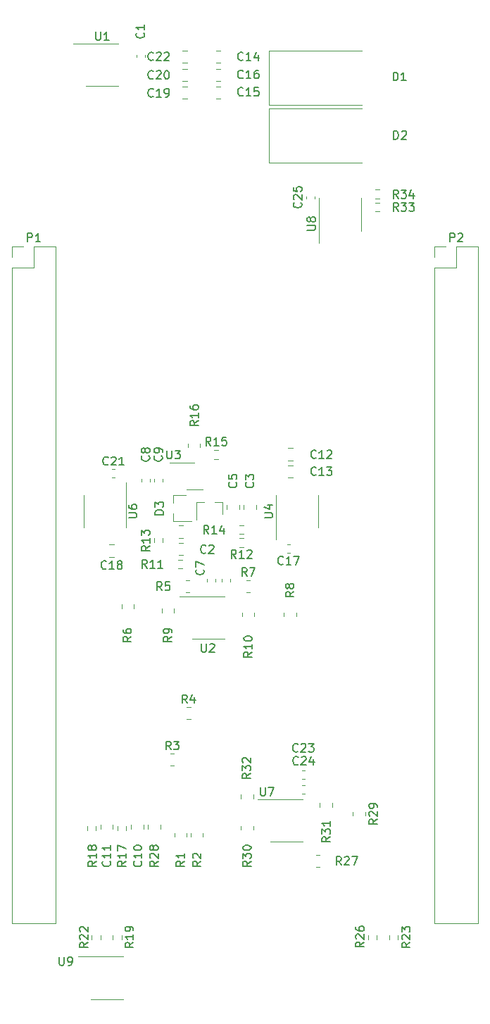
<source format=gto>
G04 #@! TF.GenerationSoftware,KiCad,Pcbnew,5.1.10*
G04 #@! TF.CreationDate,2021-07-20T09:34:09+02:00*
G04 #@! TF.ProjectId,MEV_board,4d45565f-626f-4617-9264-2e6b69636164,rev?*
G04 #@! TF.SameCoordinates,Original*
G04 #@! TF.FileFunction,Legend,Top*
G04 #@! TF.FilePolarity,Positive*
%FSLAX46Y46*%
G04 Gerber Fmt 4.6, Leading zero omitted, Abs format (unit mm)*
G04 Created by KiCad (PCBNEW 5.1.10) date 2021-07-20 09:34:09*
%MOMM*%
%LPD*%
G01*
G04 APERTURE LIST*
%ADD10C,0.120000*%
%ADD11C,0.150000*%
%ADD12C,6.400000*%
%ADD13C,3.600000*%
%ADD14O,1.700000X1.700000*%
%ADD15R,1.700000X1.700000*%
%ADD16R,4.500000X3.300000*%
%ADD17R,0.900000X0.800000*%
%ADD18R,0.800000X0.900000*%
%ADD19C,2.600000*%
%ADD20R,2.600000X2.600000*%
%ADD21C,1.440000*%
%ADD22R,1.450000X0.450000*%
%ADD23R,1.500000X2.500000*%
%ADD24O,1.500000X2.500000*%
G04 APERTURE END LIST*
D10*
X133844467Y-138700000D02*
X133551933Y-138700000D01*
X133844467Y-139720000D02*
X133551933Y-139720000D01*
X122121200Y-114203467D02*
X122121200Y-113910933D01*
X123141200Y-114203467D02*
X123141200Y-113910933D01*
X119962664Y-115492200D02*
X119508536Y-115492200D01*
X119962664Y-114022200D02*
X119508536Y-114022200D01*
X149470000Y-155290000D02*
X154670000Y-155290000D01*
X149470000Y-76490000D02*
X149470000Y-155290000D01*
X154670000Y-73890000D02*
X154670000Y-155290000D01*
X149470000Y-76490000D02*
X152070000Y-76490000D01*
X152070000Y-76490000D02*
X152070000Y-73890000D01*
X152070000Y-73890000D02*
X154670000Y-73890000D01*
X149470000Y-75220000D02*
X149470000Y-73890000D01*
X149470000Y-73890000D02*
X150800000Y-73890000D01*
X98660000Y-155290000D02*
X103860000Y-155290000D01*
X98660000Y-76490000D02*
X98660000Y-155290000D01*
X103860000Y-73890000D02*
X103860000Y-155290000D01*
X98660000Y-76490000D02*
X101260000Y-76490000D01*
X101260000Y-76490000D02*
X101260000Y-73890000D01*
X101260000Y-73890000D02*
X103860000Y-73890000D01*
X98660000Y-75220000D02*
X98660000Y-73890000D01*
X98660000Y-73890000D02*
X99990000Y-73890000D01*
X113637600Y-50881233D02*
X113637600Y-51173767D01*
X114657600Y-50881233D02*
X114657600Y-51173767D01*
X118723148Y-109573000D02*
X119245652Y-109573000D01*
X118723148Y-111043000D02*
X119245652Y-111043000D01*
X127989400Y-105499252D02*
X127989400Y-104976748D01*
X126519400Y-105499252D02*
X126519400Y-104976748D01*
X118723148Y-108963000D02*
X119245652Y-108963000D01*
X118723148Y-107493000D02*
X119245652Y-107493000D01*
X124479400Y-105499252D02*
X124479400Y-104976748D01*
X125949400Y-105499252D02*
X125949400Y-104976748D01*
X123899200Y-113910933D02*
X123899200Y-114203467D01*
X124919200Y-113910933D02*
X124919200Y-114203467D01*
X114188900Y-101899233D02*
X114188900Y-102191767D01*
X115208900Y-101899233D02*
X115208900Y-102191767D01*
X116748900Y-101899233D02*
X116748900Y-102191767D01*
X115728900Y-101899233D02*
X115728900Y-102191767D01*
X114455000Y-143923752D02*
X114455000Y-143401248D01*
X112985000Y-143923752D02*
X112985000Y-143401248D01*
X109295000Y-143923752D02*
X109295000Y-143401248D01*
X110765000Y-143923752D02*
X110765000Y-143401248D01*
X132384852Y-98172600D02*
X131862348Y-98172600D01*
X132384852Y-99642600D02*
X131862348Y-99642600D01*
X132384852Y-101700000D02*
X131862348Y-101700000D01*
X132384852Y-100230000D02*
X131862348Y-100230000D01*
X123209248Y-51862601D02*
X123731752Y-51862601D01*
X123209248Y-50392601D02*
X123731752Y-50392601D01*
X123209248Y-54687800D02*
X123731752Y-54687800D01*
X123209248Y-56157800D02*
X123731752Y-56157800D01*
X123209248Y-54024200D02*
X123731752Y-54024200D01*
X123209248Y-52554200D02*
X123731752Y-52554200D01*
X132039867Y-110796800D02*
X131747333Y-110796800D01*
X132039867Y-109776800D02*
X131747333Y-109776800D01*
X110359648Y-109755000D02*
X110882152Y-109755000D01*
X110359648Y-111225000D02*
X110882152Y-111225000D01*
X119689252Y-54687800D02*
X119166748Y-54687800D01*
X119689252Y-56157800D02*
X119166748Y-56157800D01*
X119689252Y-52554200D02*
X119166748Y-52554200D01*
X119689252Y-54024200D02*
X119166748Y-54024200D01*
X110699333Y-101693000D02*
X110991867Y-101693000D01*
X110699333Y-100673000D02*
X110991867Y-100673000D01*
X119689252Y-51862601D02*
X119166748Y-51862601D01*
X119689252Y-50392601D02*
X119166748Y-50392601D01*
X133551933Y-136910000D02*
X133844467Y-136910000D01*
X133551933Y-137930000D02*
X133844467Y-137930000D01*
X135079200Y-67880533D02*
X135079200Y-68173067D01*
X134059200Y-67880533D02*
X134059200Y-68173067D01*
X129540000Y-56894800D02*
X129540000Y-50394800D01*
X129540000Y-56894800D02*
X140740000Y-56894800D01*
X129540000Y-50394800D02*
X140740000Y-50394800D01*
X129540000Y-57354400D02*
X140740000Y-57354400D01*
X129540000Y-63854400D02*
X140740000Y-63854400D01*
X129540000Y-63854400D02*
X129540000Y-57354400D01*
X118054400Y-103788000D02*
X118054400Y-104718000D01*
X118054400Y-106948000D02*
X118054400Y-106018000D01*
X118054400Y-106948000D02*
X120214400Y-106948000D01*
X118054400Y-103788000D02*
X119514400Y-103788000D01*
X123954400Y-104658000D02*
X123954400Y-106118000D01*
X120794400Y-104658000D02*
X120794400Y-106818000D01*
X120794400Y-104658000D02*
X121724400Y-104658000D01*
X123954400Y-104658000D02*
X123024400Y-104658000D01*
X118183200Y-144907064D02*
X118183200Y-144452936D01*
X119653200Y-144907064D02*
X119653200Y-144452936D01*
X120145000Y-144907064D02*
X120145000Y-144452936D01*
X121615000Y-144907064D02*
X121615000Y-144452936D01*
X117692936Y-136355000D02*
X118147064Y-136355000D01*
X117692936Y-134885000D02*
X118147064Y-134885000D01*
X119652936Y-130755000D02*
X120107064Y-130755000D01*
X119652936Y-129285000D02*
X120107064Y-129285000D01*
X111818750Y-117432064D02*
X111818750Y-116977936D01*
X113288750Y-117432064D02*
X113288750Y-116977936D01*
X126823736Y-114022200D02*
X127277864Y-114022200D01*
X126823736Y-115492200D02*
X127277864Y-115492200D01*
X131345000Y-118387864D02*
X131345000Y-117933736D01*
X132815000Y-118387864D02*
X132815000Y-117933736D01*
X116676750Y-117477436D02*
X116676750Y-117931564D01*
X118146750Y-117477436D02*
X118146750Y-117931564D01*
X126290150Y-117962436D02*
X126290150Y-118416564D01*
X127760150Y-117962436D02*
X127760150Y-118416564D01*
X118609676Y-112660500D02*
X119119124Y-112660500D01*
X118609676Y-111615500D02*
X119119124Y-111615500D01*
X126489124Y-110050500D02*
X125979676Y-110050500D01*
X126489124Y-109005500D02*
X125979676Y-109005500D01*
X116786900Y-109013276D02*
X116786900Y-109522724D01*
X115741900Y-109013276D02*
X115741900Y-109522724D01*
X125979676Y-108510500D02*
X126489124Y-108510500D01*
X125979676Y-107465500D02*
X126489124Y-107465500D01*
X123444724Y-99480900D02*
X122935276Y-99480900D01*
X123444724Y-98435900D02*
X122935276Y-98435900D01*
X121283400Y-98067864D02*
X121283400Y-97613736D01*
X119813400Y-98067864D02*
X119813400Y-97613736D01*
X112382500Y-144147224D02*
X112382500Y-143637776D01*
X111337500Y-144147224D02*
X111337500Y-143637776D01*
X108722500Y-143637776D02*
X108722500Y-144147224D01*
X107677500Y-143637776D02*
X107677500Y-144147224D01*
X110780300Y-156691876D02*
X110780300Y-157201324D01*
X111825300Y-156691876D02*
X111825300Y-157201324D01*
X109285300Y-156691876D02*
X109285300Y-157201324D01*
X108240300Y-156691876D02*
X108240300Y-157201324D01*
X144003500Y-156691876D02*
X144003500Y-157201324D01*
X145048500Y-156691876D02*
X145048500Y-157201324D01*
X142508500Y-156691876D02*
X142508500Y-157201324D01*
X141463500Y-156691876D02*
X141463500Y-157201324D01*
X135182936Y-147065000D02*
X135637064Y-147065000D01*
X135182936Y-148535000D02*
X135637064Y-148535000D01*
X116485000Y-143927064D02*
X116485000Y-143472936D01*
X115015000Y-143927064D02*
X115015000Y-143472936D01*
X141125000Y-142377064D02*
X141125000Y-141922936D01*
X139655000Y-142377064D02*
X139655000Y-141922936D01*
X126165000Y-143612936D02*
X126165000Y-144067064D01*
X127635000Y-143612936D02*
X127635000Y-144067064D01*
X137135000Y-141307064D02*
X137135000Y-140852936D01*
X135665000Y-141307064D02*
X135665000Y-140852936D01*
X126165000Y-140272064D02*
X126165000Y-139817936D01*
X127635000Y-140272064D02*
X127635000Y-139817936D01*
X142826824Y-69712100D02*
X142317376Y-69712100D01*
X142826824Y-68667100D02*
X142317376Y-68667100D01*
X142826824Y-67092300D02*
X142317376Y-67092300D01*
X142826824Y-68137300D02*
X142317376Y-68137300D01*
X109474000Y-49510000D02*
X106024000Y-49510000D01*
X109474000Y-49510000D02*
X111424000Y-49510000D01*
X109474000Y-54630000D02*
X107524000Y-54630000D01*
X109474000Y-54630000D02*
X111424000Y-54630000D01*
X122237500Y-121114500D02*
X124187500Y-121114500D01*
X122237500Y-121114500D02*
X120287500Y-121114500D01*
X122237500Y-115994500D02*
X124187500Y-115994500D01*
X122237500Y-115994500D02*
X118787500Y-115994500D01*
X120594400Y-99888000D02*
X117594400Y-99888000D01*
X121594400Y-103128000D02*
X119594400Y-103128000D01*
X130383600Y-105741401D02*
X130383600Y-109191401D01*
X130383600Y-105741401D02*
X130383600Y-103791401D01*
X135503600Y-105741401D02*
X135503600Y-107691401D01*
X135503600Y-105741401D02*
X135503600Y-103791401D01*
X107235600Y-105741401D02*
X107235600Y-107691401D01*
X107235600Y-105741401D02*
X107235600Y-103791401D01*
X112355600Y-105741401D02*
X112355600Y-107691401D01*
X112355600Y-105741401D02*
X112355600Y-102291401D01*
X135539800Y-70076800D02*
X135539800Y-73526800D01*
X135539800Y-70076800D02*
X135539800Y-68126800D01*
X140659800Y-70076800D02*
X140659800Y-72026800D01*
X140659800Y-70076800D02*
X140659800Y-68126800D01*
X131648200Y-140390000D02*
X128198200Y-140390000D01*
X131648200Y-140390000D02*
X133598200Y-140390000D01*
X131648200Y-145510000D02*
X129698200Y-145510000D01*
X131648200Y-145510000D02*
X133598200Y-145510000D01*
X110032800Y-159288800D02*
X106582800Y-159288800D01*
X110032800Y-159288800D02*
X111982800Y-159288800D01*
X110032800Y-164408800D02*
X108082800Y-164408800D01*
X110032800Y-164408800D02*
X111982800Y-164408800D01*
D11*
X133055342Y-136157142D02*
X133007723Y-136204761D01*
X132864866Y-136252380D01*
X132769628Y-136252380D01*
X132626771Y-136204761D01*
X132531533Y-136109523D01*
X132483914Y-136014285D01*
X132436295Y-135823809D01*
X132436295Y-135680952D01*
X132483914Y-135490476D01*
X132531533Y-135395238D01*
X132626771Y-135300000D01*
X132769628Y-135252380D01*
X132864866Y-135252380D01*
X133007723Y-135300000D01*
X133055342Y-135347619D01*
X133436295Y-135347619D02*
X133483914Y-135300000D01*
X133579152Y-135252380D01*
X133817247Y-135252380D01*
X133912485Y-135300000D01*
X133960104Y-135347619D01*
X134007723Y-135442857D01*
X134007723Y-135538095D01*
X133960104Y-135680952D01*
X133388676Y-136252380D01*
X134007723Y-136252380D01*
X134864866Y-135585714D02*
X134864866Y-136252380D01*
X134626771Y-135204761D02*
X134388676Y-135919047D01*
X135007723Y-135919047D01*
X121657142Y-112766666D02*
X121704761Y-112814285D01*
X121752380Y-112957142D01*
X121752380Y-113052380D01*
X121704761Y-113195238D01*
X121609523Y-113290476D01*
X121514285Y-113338095D01*
X121323809Y-113385714D01*
X121180952Y-113385714D01*
X120990476Y-113338095D01*
X120895238Y-113290476D01*
X120800000Y-113195238D01*
X120752380Y-113052380D01*
X120752380Y-112957142D01*
X120800000Y-112814285D01*
X120847619Y-112766666D01*
X120752380Y-112433333D02*
X120752380Y-111766666D01*
X121752380Y-112195238D01*
X116673333Y-115260380D02*
X116340000Y-114784190D01*
X116101904Y-115260380D02*
X116101904Y-114260380D01*
X116482857Y-114260380D01*
X116578095Y-114308000D01*
X116625714Y-114355619D01*
X116673333Y-114450857D01*
X116673333Y-114593714D01*
X116625714Y-114688952D01*
X116578095Y-114736571D01*
X116482857Y-114784190D01*
X116101904Y-114784190D01*
X117578095Y-114260380D02*
X117101904Y-114260380D01*
X117054285Y-114736571D01*
X117101904Y-114688952D01*
X117197142Y-114641333D01*
X117435238Y-114641333D01*
X117530476Y-114688952D01*
X117578095Y-114736571D01*
X117625714Y-114831809D01*
X117625714Y-115069904D01*
X117578095Y-115165142D01*
X117530476Y-115212761D01*
X117435238Y-115260380D01*
X117197142Y-115260380D01*
X117101904Y-115212761D01*
X117054285Y-115165142D01*
X151331904Y-73342380D02*
X151331904Y-72342380D01*
X151712857Y-72342380D01*
X151808095Y-72390000D01*
X151855714Y-72437619D01*
X151903333Y-72532857D01*
X151903333Y-72675714D01*
X151855714Y-72770952D01*
X151808095Y-72818571D01*
X151712857Y-72866190D01*
X151331904Y-72866190D01*
X152284285Y-72437619D02*
X152331904Y-72390000D01*
X152427142Y-72342380D01*
X152665238Y-72342380D01*
X152760476Y-72390000D01*
X152808095Y-72437619D01*
X152855714Y-72532857D01*
X152855714Y-72628095D01*
X152808095Y-72770952D01*
X152236666Y-73342380D01*
X152855714Y-73342380D01*
X100521904Y-73342380D02*
X100521904Y-72342380D01*
X100902857Y-72342380D01*
X100998095Y-72390000D01*
X101045714Y-72437619D01*
X101093333Y-72532857D01*
X101093333Y-72675714D01*
X101045714Y-72770952D01*
X100998095Y-72818571D01*
X100902857Y-72866190D01*
X100521904Y-72866190D01*
X102045714Y-73342380D02*
X101474285Y-73342380D01*
X101760000Y-73342380D02*
X101760000Y-72342380D01*
X101664761Y-72485238D01*
X101569523Y-72580476D01*
X101474285Y-72628095D01*
X114466642Y-48236166D02*
X114514261Y-48283785D01*
X114561880Y-48426642D01*
X114561880Y-48521880D01*
X114514261Y-48664738D01*
X114419023Y-48759976D01*
X114323785Y-48807595D01*
X114133309Y-48855214D01*
X113990452Y-48855214D01*
X113799976Y-48807595D01*
X113704738Y-48759976D01*
X113609500Y-48664738D01*
X113561880Y-48521880D01*
X113561880Y-48426642D01*
X113609500Y-48283785D01*
X113657119Y-48236166D01*
X114561880Y-47283785D02*
X114561880Y-47855214D01*
X114561880Y-47569500D02*
X113561880Y-47569500D01*
X113704738Y-47664738D01*
X113799976Y-47759976D01*
X113847595Y-47855214D01*
X121943833Y-110720142D02*
X121896214Y-110767761D01*
X121753357Y-110815380D01*
X121658119Y-110815380D01*
X121515261Y-110767761D01*
X121420023Y-110672523D01*
X121372404Y-110577285D01*
X121324785Y-110386809D01*
X121324785Y-110243952D01*
X121372404Y-110053476D01*
X121420023Y-109958238D01*
X121515261Y-109863000D01*
X121658119Y-109815380D01*
X121753357Y-109815380D01*
X121896214Y-109863000D01*
X121943833Y-109910619D01*
X122324785Y-109910619D02*
X122372404Y-109863000D01*
X122467642Y-109815380D01*
X122705738Y-109815380D01*
X122800976Y-109863000D01*
X122848595Y-109910619D01*
X122896214Y-110005857D01*
X122896214Y-110101095D01*
X122848595Y-110243952D01*
X122277166Y-110815380D01*
X122896214Y-110815380D01*
X127611142Y-102274666D02*
X127658761Y-102322285D01*
X127706380Y-102465142D01*
X127706380Y-102560380D01*
X127658761Y-102703238D01*
X127563523Y-102798476D01*
X127468285Y-102846095D01*
X127277809Y-102893714D01*
X127134952Y-102893714D01*
X126944476Y-102846095D01*
X126849238Y-102798476D01*
X126754000Y-102703238D01*
X126706380Y-102560380D01*
X126706380Y-102465142D01*
X126754000Y-102322285D01*
X126801619Y-102274666D01*
X126706380Y-101941333D02*
X126706380Y-101322285D01*
X127087333Y-101655619D01*
X127087333Y-101512761D01*
X127134952Y-101417523D01*
X127182571Y-101369904D01*
X127277809Y-101322285D01*
X127515904Y-101322285D01*
X127611142Y-101369904D01*
X127658761Y-101417523D01*
X127706380Y-101512761D01*
X127706380Y-101798476D01*
X127658761Y-101893714D01*
X127611142Y-101941333D01*
X125579142Y-102274666D02*
X125626761Y-102322285D01*
X125674380Y-102465142D01*
X125674380Y-102560380D01*
X125626761Y-102703238D01*
X125531523Y-102798476D01*
X125436285Y-102846095D01*
X125245809Y-102893714D01*
X125102952Y-102893714D01*
X124912476Y-102846095D01*
X124817238Y-102798476D01*
X124722000Y-102703238D01*
X124674380Y-102560380D01*
X124674380Y-102465142D01*
X124722000Y-102322285D01*
X124769619Y-102274666D01*
X124674380Y-101369904D02*
X124674380Y-101846095D01*
X125150571Y-101893714D01*
X125102952Y-101846095D01*
X125055333Y-101750857D01*
X125055333Y-101512761D01*
X125102952Y-101417523D01*
X125150571Y-101369904D01*
X125245809Y-101322285D01*
X125483904Y-101322285D01*
X125579142Y-101369904D01*
X125626761Y-101417523D01*
X125674380Y-101512761D01*
X125674380Y-101750857D01*
X125626761Y-101846095D01*
X125579142Y-101893714D01*
X115101642Y-99099666D02*
X115149261Y-99147285D01*
X115196880Y-99290142D01*
X115196880Y-99385380D01*
X115149261Y-99528238D01*
X115054023Y-99623476D01*
X114958785Y-99671095D01*
X114768309Y-99718714D01*
X114625452Y-99718714D01*
X114434976Y-99671095D01*
X114339738Y-99623476D01*
X114244500Y-99528238D01*
X114196880Y-99385380D01*
X114196880Y-99290142D01*
X114244500Y-99147285D01*
X114292119Y-99099666D01*
X114625452Y-98528238D02*
X114577833Y-98623476D01*
X114530214Y-98671095D01*
X114434976Y-98718714D01*
X114387357Y-98718714D01*
X114292119Y-98671095D01*
X114244500Y-98623476D01*
X114196880Y-98528238D01*
X114196880Y-98337761D01*
X114244500Y-98242523D01*
X114292119Y-98194904D01*
X114387357Y-98147285D01*
X114434976Y-98147285D01*
X114530214Y-98194904D01*
X114577833Y-98242523D01*
X114625452Y-98337761D01*
X114625452Y-98528238D01*
X114673071Y-98623476D01*
X114720690Y-98671095D01*
X114815928Y-98718714D01*
X115006404Y-98718714D01*
X115101642Y-98671095D01*
X115149261Y-98623476D01*
X115196880Y-98528238D01*
X115196880Y-98337761D01*
X115149261Y-98242523D01*
X115101642Y-98194904D01*
X115006404Y-98147285D01*
X114815928Y-98147285D01*
X114720690Y-98194904D01*
X114673071Y-98242523D01*
X114625452Y-98337761D01*
X116625642Y-99099666D02*
X116673261Y-99147285D01*
X116720880Y-99290142D01*
X116720880Y-99385380D01*
X116673261Y-99528238D01*
X116578023Y-99623476D01*
X116482785Y-99671095D01*
X116292309Y-99718714D01*
X116149452Y-99718714D01*
X115958976Y-99671095D01*
X115863738Y-99623476D01*
X115768500Y-99528238D01*
X115720880Y-99385380D01*
X115720880Y-99290142D01*
X115768500Y-99147285D01*
X115816119Y-99099666D01*
X116720880Y-98623476D02*
X116720880Y-98433000D01*
X116673261Y-98337761D01*
X116625642Y-98290142D01*
X116482785Y-98194904D01*
X116292309Y-98147285D01*
X115911357Y-98147285D01*
X115816119Y-98194904D01*
X115768500Y-98242523D01*
X115720880Y-98337761D01*
X115720880Y-98528238D01*
X115768500Y-98623476D01*
X115816119Y-98671095D01*
X115911357Y-98718714D01*
X116149452Y-98718714D01*
X116244690Y-98671095D01*
X116292309Y-98623476D01*
X116339928Y-98528238D01*
X116339928Y-98337761D01*
X116292309Y-98242523D01*
X116244690Y-98194904D01*
X116149452Y-98147285D01*
X114149142Y-147835857D02*
X114196761Y-147883476D01*
X114244380Y-148026333D01*
X114244380Y-148121571D01*
X114196761Y-148264428D01*
X114101523Y-148359666D01*
X114006285Y-148407285D01*
X113815809Y-148454904D01*
X113672952Y-148454904D01*
X113482476Y-148407285D01*
X113387238Y-148359666D01*
X113292000Y-148264428D01*
X113244380Y-148121571D01*
X113244380Y-148026333D01*
X113292000Y-147883476D01*
X113339619Y-147835857D01*
X114244380Y-146883476D02*
X114244380Y-147454904D01*
X114244380Y-147169190D02*
X113244380Y-147169190D01*
X113387238Y-147264428D01*
X113482476Y-147359666D01*
X113530095Y-147454904D01*
X113244380Y-146264428D02*
X113244380Y-146169190D01*
X113292000Y-146073952D01*
X113339619Y-146026333D01*
X113434857Y-145978714D01*
X113625333Y-145931095D01*
X113863428Y-145931095D01*
X114053904Y-145978714D01*
X114149142Y-146026333D01*
X114196761Y-146073952D01*
X114244380Y-146169190D01*
X114244380Y-146264428D01*
X114196761Y-146359666D01*
X114149142Y-146407285D01*
X114053904Y-146454904D01*
X113863428Y-146502523D01*
X113625333Y-146502523D01*
X113434857Y-146454904D01*
X113339619Y-146407285D01*
X113292000Y-146359666D01*
X113244380Y-146264428D01*
X110402642Y-147835857D02*
X110450261Y-147883476D01*
X110497880Y-148026333D01*
X110497880Y-148121571D01*
X110450261Y-148264428D01*
X110355023Y-148359666D01*
X110259785Y-148407285D01*
X110069309Y-148454904D01*
X109926452Y-148454904D01*
X109735976Y-148407285D01*
X109640738Y-148359666D01*
X109545500Y-148264428D01*
X109497880Y-148121571D01*
X109497880Y-148026333D01*
X109545500Y-147883476D01*
X109593119Y-147835857D01*
X110497880Y-146883476D02*
X110497880Y-147454904D01*
X110497880Y-147169190D02*
X109497880Y-147169190D01*
X109640738Y-147264428D01*
X109735976Y-147359666D01*
X109783595Y-147454904D01*
X110497880Y-145931095D02*
X110497880Y-146502523D01*
X110497880Y-146216809D02*
X109497880Y-146216809D01*
X109640738Y-146312047D01*
X109735976Y-146407285D01*
X109783595Y-146502523D01*
X135196342Y-99315542D02*
X135148723Y-99363161D01*
X135005866Y-99410780D01*
X134910628Y-99410780D01*
X134767771Y-99363161D01*
X134672533Y-99267923D01*
X134624914Y-99172685D01*
X134577295Y-98982209D01*
X134577295Y-98839352D01*
X134624914Y-98648876D01*
X134672533Y-98553638D01*
X134767771Y-98458400D01*
X134910628Y-98410780D01*
X135005866Y-98410780D01*
X135148723Y-98458400D01*
X135196342Y-98506019D01*
X136148723Y-99410780D02*
X135577295Y-99410780D01*
X135863009Y-99410780D02*
X135863009Y-98410780D01*
X135767771Y-98553638D01*
X135672533Y-98648876D01*
X135577295Y-98696495D01*
X136529676Y-98506019D02*
X136577295Y-98458400D01*
X136672533Y-98410780D01*
X136910628Y-98410780D01*
X137005866Y-98458400D01*
X137053485Y-98506019D01*
X137101104Y-98601257D01*
X137101104Y-98696495D01*
X137053485Y-98839352D01*
X136482057Y-99410780D01*
X137101104Y-99410780D01*
X135196342Y-101347542D02*
X135148723Y-101395161D01*
X135005866Y-101442780D01*
X134910628Y-101442780D01*
X134767771Y-101395161D01*
X134672533Y-101299923D01*
X134624914Y-101204685D01*
X134577295Y-101014209D01*
X134577295Y-100871352D01*
X134624914Y-100680876D01*
X134672533Y-100585638D01*
X134767771Y-100490400D01*
X134910628Y-100442780D01*
X135005866Y-100442780D01*
X135148723Y-100490400D01*
X135196342Y-100538019D01*
X136148723Y-101442780D02*
X135577295Y-101442780D01*
X135863009Y-101442780D02*
X135863009Y-100442780D01*
X135767771Y-100585638D01*
X135672533Y-100680876D01*
X135577295Y-100728495D01*
X136482057Y-100442780D02*
X137101104Y-100442780D01*
X136767771Y-100823733D01*
X136910628Y-100823733D01*
X137005866Y-100871352D01*
X137053485Y-100918971D01*
X137101104Y-101014209D01*
X137101104Y-101252304D01*
X137053485Y-101347542D01*
X137005866Y-101395161D01*
X136910628Y-101442780D01*
X136624914Y-101442780D01*
X136529676Y-101395161D01*
X136482057Y-101347542D01*
X126420642Y-51474642D02*
X126373023Y-51522261D01*
X126230166Y-51569880D01*
X126134928Y-51569880D01*
X125992071Y-51522261D01*
X125896833Y-51427023D01*
X125849214Y-51331785D01*
X125801595Y-51141309D01*
X125801595Y-50998452D01*
X125849214Y-50807976D01*
X125896833Y-50712738D01*
X125992071Y-50617500D01*
X126134928Y-50569880D01*
X126230166Y-50569880D01*
X126373023Y-50617500D01*
X126420642Y-50665119D01*
X127373023Y-51569880D02*
X126801595Y-51569880D01*
X127087309Y-51569880D02*
X127087309Y-50569880D01*
X126992071Y-50712738D01*
X126896833Y-50807976D01*
X126801595Y-50855595D01*
X128230166Y-50903214D02*
X128230166Y-51569880D01*
X127992071Y-50522261D02*
X127753976Y-51236547D01*
X128373023Y-51236547D01*
X126420642Y-55729142D02*
X126373023Y-55776761D01*
X126230166Y-55824380D01*
X126134928Y-55824380D01*
X125992071Y-55776761D01*
X125896833Y-55681523D01*
X125849214Y-55586285D01*
X125801595Y-55395809D01*
X125801595Y-55252952D01*
X125849214Y-55062476D01*
X125896833Y-54967238D01*
X125992071Y-54872000D01*
X126134928Y-54824380D01*
X126230166Y-54824380D01*
X126373023Y-54872000D01*
X126420642Y-54919619D01*
X127373023Y-55824380D02*
X126801595Y-55824380D01*
X127087309Y-55824380D02*
X127087309Y-54824380D01*
X126992071Y-54967238D01*
X126896833Y-55062476D01*
X126801595Y-55110095D01*
X128277785Y-54824380D02*
X127801595Y-54824380D01*
X127753976Y-55300571D01*
X127801595Y-55252952D01*
X127896833Y-55205333D01*
X128134928Y-55205333D01*
X128230166Y-55252952D01*
X128277785Y-55300571D01*
X128325404Y-55395809D01*
X128325404Y-55633904D01*
X128277785Y-55729142D01*
X128230166Y-55776761D01*
X128134928Y-55824380D01*
X127896833Y-55824380D01*
X127801595Y-55776761D01*
X127753976Y-55729142D01*
X126420642Y-53633642D02*
X126373023Y-53681261D01*
X126230166Y-53728880D01*
X126134928Y-53728880D01*
X125992071Y-53681261D01*
X125896833Y-53586023D01*
X125849214Y-53490785D01*
X125801595Y-53300309D01*
X125801595Y-53157452D01*
X125849214Y-52966976D01*
X125896833Y-52871738D01*
X125992071Y-52776500D01*
X126134928Y-52728880D01*
X126230166Y-52728880D01*
X126373023Y-52776500D01*
X126420642Y-52824119D01*
X127373023Y-53728880D02*
X126801595Y-53728880D01*
X127087309Y-53728880D02*
X127087309Y-52728880D01*
X126992071Y-52871738D01*
X126896833Y-52966976D01*
X126801595Y-53014595D01*
X128230166Y-52728880D02*
X128039690Y-52728880D01*
X127944452Y-52776500D01*
X127896833Y-52824119D01*
X127801595Y-52966976D01*
X127753976Y-53157452D01*
X127753976Y-53538404D01*
X127801595Y-53633642D01*
X127849214Y-53681261D01*
X127944452Y-53728880D01*
X128134928Y-53728880D01*
X128230166Y-53681261D01*
X128277785Y-53633642D01*
X128325404Y-53538404D01*
X128325404Y-53300309D01*
X128277785Y-53205071D01*
X128230166Y-53157452D01*
X128134928Y-53109833D01*
X127944452Y-53109833D01*
X127849214Y-53157452D01*
X127801595Y-53205071D01*
X127753976Y-53300309D01*
X131250742Y-112073942D02*
X131203123Y-112121561D01*
X131060266Y-112169180D01*
X130965028Y-112169180D01*
X130822171Y-112121561D01*
X130726933Y-112026323D01*
X130679314Y-111931085D01*
X130631695Y-111740609D01*
X130631695Y-111597752D01*
X130679314Y-111407276D01*
X130726933Y-111312038D01*
X130822171Y-111216800D01*
X130965028Y-111169180D01*
X131060266Y-111169180D01*
X131203123Y-111216800D01*
X131250742Y-111264419D01*
X132203123Y-112169180D02*
X131631695Y-112169180D01*
X131917409Y-112169180D02*
X131917409Y-111169180D01*
X131822171Y-111312038D01*
X131726933Y-111407276D01*
X131631695Y-111454895D01*
X132536457Y-111169180D02*
X133203123Y-111169180D01*
X132774552Y-112169180D01*
X109974142Y-112625142D02*
X109926523Y-112672761D01*
X109783666Y-112720380D01*
X109688428Y-112720380D01*
X109545571Y-112672761D01*
X109450333Y-112577523D01*
X109402714Y-112482285D01*
X109355095Y-112291809D01*
X109355095Y-112148952D01*
X109402714Y-111958476D01*
X109450333Y-111863238D01*
X109545571Y-111768000D01*
X109688428Y-111720380D01*
X109783666Y-111720380D01*
X109926523Y-111768000D01*
X109974142Y-111815619D01*
X110926523Y-112720380D02*
X110355095Y-112720380D01*
X110640809Y-112720380D02*
X110640809Y-111720380D01*
X110545571Y-111863238D01*
X110450333Y-111958476D01*
X110355095Y-112006095D01*
X111497952Y-112148952D02*
X111402714Y-112101333D01*
X111355095Y-112053714D01*
X111307476Y-111958476D01*
X111307476Y-111910857D01*
X111355095Y-111815619D01*
X111402714Y-111768000D01*
X111497952Y-111720380D01*
X111688428Y-111720380D01*
X111783666Y-111768000D01*
X111831285Y-111815619D01*
X111878904Y-111910857D01*
X111878904Y-111958476D01*
X111831285Y-112053714D01*
X111783666Y-112101333D01*
X111688428Y-112148952D01*
X111497952Y-112148952D01*
X111402714Y-112196571D01*
X111355095Y-112244190D01*
X111307476Y-112339428D01*
X111307476Y-112529904D01*
X111355095Y-112625142D01*
X111402714Y-112672761D01*
X111497952Y-112720380D01*
X111688428Y-112720380D01*
X111783666Y-112672761D01*
X111831285Y-112625142D01*
X111878904Y-112529904D01*
X111878904Y-112339428D01*
X111831285Y-112244190D01*
X111783666Y-112196571D01*
X111688428Y-112148952D01*
X115625642Y-55856142D02*
X115578023Y-55903761D01*
X115435166Y-55951380D01*
X115339928Y-55951380D01*
X115197071Y-55903761D01*
X115101833Y-55808523D01*
X115054214Y-55713285D01*
X115006595Y-55522809D01*
X115006595Y-55379952D01*
X115054214Y-55189476D01*
X115101833Y-55094238D01*
X115197071Y-54999000D01*
X115339928Y-54951380D01*
X115435166Y-54951380D01*
X115578023Y-54999000D01*
X115625642Y-55046619D01*
X116578023Y-55951380D02*
X116006595Y-55951380D01*
X116292309Y-55951380D02*
X116292309Y-54951380D01*
X116197071Y-55094238D01*
X116101833Y-55189476D01*
X116006595Y-55237095D01*
X117054214Y-55951380D02*
X117244690Y-55951380D01*
X117339928Y-55903761D01*
X117387547Y-55856142D01*
X117482785Y-55713285D01*
X117530404Y-55522809D01*
X117530404Y-55141857D01*
X117482785Y-55046619D01*
X117435166Y-54999000D01*
X117339928Y-54951380D01*
X117149452Y-54951380D01*
X117054214Y-54999000D01*
X117006595Y-55046619D01*
X116958976Y-55141857D01*
X116958976Y-55379952D01*
X117006595Y-55475190D01*
X117054214Y-55522809D01*
X117149452Y-55570428D01*
X117339928Y-55570428D01*
X117435166Y-55522809D01*
X117482785Y-55475190D01*
X117530404Y-55379952D01*
X115625642Y-53697142D02*
X115578023Y-53744761D01*
X115435166Y-53792380D01*
X115339928Y-53792380D01*
X115197071Y-53744761D01*
X115101833Y-53649523D01*
X115054214Y-53554285D01*
X115006595Y-53363809D01*
X115006595Y-53220952D01*
X115054214Y-53030476D01*
X115101833Y-52935238D01*
X115197071Y-52840000D01*
X115339928Y-52792380D01*
X115435166Y-52792380D01*
X115578023Y-52840000D01*
X115625642Y-52887619D01*
X116006595Y-52887619D02*
X116054214Y-52840000D01*
X116149452Y-52792380D01*
X116387547Y-52792380D01*
X116482785Y-52840000D01*
X116530404Y-52887619D01*
X116578023Y-52982857D01*
X116578023Y-53078095D01*
X116530404Y-53220952D01*
X115958976Y-53792380D01*
X116578023Y-53792380D01*
X117197071Y-52792380D02*
X117292309Y-52792380D01*
X117387547Y-52840000D01*
X117435166Y-52887619D01*
X117482785Y-52982857D01*
X117530404Y-53173333D01*
X117530404Y-53411428D01*
X117482785Y-53601904D01*
X117435166Y-53697142D01*
X117387547Y-53744761D01*
X117292309Y-53792380D01*
X117197071Y-53792380D01*
X117101833Y-53744761D01*
X117054214Y-53697142D01*
X117006595Y-53601904D01*
X116958976Y-53411428D01*
X116958976Y-53173333D01*
X117006595Y-52982857D01*
X117054214Y-52887619D01*
X117101833Y-52840000D01*
X117197071Y-52792380D01*
X110202742Y-100110142D02*
X110155123Y-100157761D01*
X110012266Y-100205380D01*
X109917028Y-100205380D01*
X109774171Y-100157761D01*
X109678933Y-100062523D01*
X109631314Y-99967285D01*
X109583695Y-99776809D01*
X109583695Y-99633952D01*
X109631314Y-99443476D01*
X109678933Y-99348238D01*
X109774171Y-99253000D01*
X109917028Y-99205380D01*
X110012266Y-99205380D01*
X110155123Y-99253000D01*
X110202742Y-99300619D01*
X110583695Y-99300619D02*
X110631314Y-99253000D01*
X110726552Y-99205380D01*
X110964647Y-99205380D01*
X111059885Y-99253000D01*
X111107504Y-99300619D01*
X111155123Y-99395857D01*
X111155123Y-99491095D01*
X111107504Y-99633952D01*
X110536076Y-100205380D01*
X111155123Y-100205380D01*
X112107504Y-100205380D02*
X111536076Y-100205380D01*
X111821790Y-100205380D02*
X111821790Y-99205380D01*
X111726552Y-99348238D01*
X111631314Y-99443476D01*
X111536076Y-99491095D01*
X115625642Y-51474642D02*
X115578023Y-51522261D01*
X115435166Y-51569880D01*
X115339928Y-51569880D01*
X115197071Y-51522261D01*
X115101833Y-51427023D01*
X115054214Y-51331785D01*
X115006595Y-51141309D01*
X115006595Y-50998452D01*
X115054214Y-50807976D01*
X115101833Y-50712738D01*
X115197071Y-50617500D01*
X115339928Y-50569880D01*
X115435166Y-50569880D01*
X115578023Y-50617500D01*
X115625642Y-50665119D01*
X116006595Y-50665119D02*
X116054214Y-50617500D01*
X116149452Y-50569880D01*
X116387547Y-50569880D01*
X116482785Y-50617500D01*
X116530404Y-50665119D01*
X116578023Y-50760357D01*
X116578023Y-50855595D01*
X116530404Y-50998452D01*
X115958976Y-51569880D01*
X116578023Y-51569880D01*
X116958976Y-50665119D02*
X117006595Y-50617500D01*
X117101833Y-50569880D01*
X117339928Y-50569880D01*
X117435166Y-50617500D01*
X117482785Y-50665119D01*
X117530404Y-50760357D01*
X117530404Y-50855595D01*
X117482785Y-50998452D01*
X116911357Y-51569880D01*
X117530404Y-51569880D01*
X133024642Y-134596142D02*
X132977023Y-134643761D01*
X132834166Y-134691380D01*
X132738928Y-134691380D01*
X132596071Y-134643761D01*
X132500833Y-134548523D01*
X132453214Y-134453285D01*
X132405595Y-134262809D01*
X132405595Y-134119952D01*
X132453214Y-133929476D01*
X132500833Y-133834238D01*
X132596071Y-133739000D01*
X132738928Y-133691380D01*
X132834166Y-133691380D01*
X132977023Y-133739000D01*
X133024642Y-133786619D01*
X133405595Y-133786619D02*
X133453214Y-133739000D01*
X133548452Y-133691380D01*
X133786547Y-133691380D01*
X133881785Y-133739000D01*
X133929404Y-133786619D01*
X133977023Y-133881857D01*
X133977023Y-133977095D01*
X133929404Y-134119952D01*
X133357976Y-134691380D01*
X133977023Y-134691380D01*
X134310357Y-133691380D02*
X134929404Y-133691380D01*
X134596071Y-134072333D01*
X134738928Y-134072333D01*
X134834166Y-134119952D01*
X134881785Y-134167571D01*
X134929404Y-134262809D01*
X134929404Y-134500904D01*
X134881785Y-134596142D01*
X134834166Y-134643761D01*
X134738928Y-134691380D01*
X134453214Y-134691380D01*
X134357976Y-134643761D01*
X134310357Y-134596142D01*
X133389642Y-68651357D02*
X133437261Y-68698976D01*
X133484880Y-68841833D01*
X133484880Y-68937071D01*
X133437261Y-69079928D01*
X133342023Y-69175166D01*
X133246785Y-69222785D01*
X133056309Y-69270404D01*
X132913452Y-69270404D01*
X132722976Y-69222785D01*
X132627738Y-69175166D01*
X132532500Y-69079928D01*
X132484880Y-68937071D01*
X132484880Y-68841833D01*
X132532500Y-68698976D01*
X132580119Y-68651357D01*
X132580119Y-68270404D02*
X132532500Y-68222785D01*
X132484880Y-68127547D01*
X132484880Y-67889452D01*
X132532500Y-67794214D01*
X132580119Y-67746595D01*
X132675357Y-67698976D01*
X132770595Y-67698976D01*
X132913452Y-67746595D01*
X133484880Y-68318023D01*
X133484880Y-67698976D01*
X132484880Y-66794214D02*
X132484880Y-67270404D01*
X132961071Y-67318023D01*
X132913452Y-67270404D01*
X132865833Y-67175166D01*
X132865833Y-66937071D01*
X132913452Y-66841833D01*
X132961071Y-66794214D01*
X133056309Y-66746595D01*
X133294404Y-66746595D01*
X133389642Y-66794214D01*
X133437261Y-66841833D01*
X133484880Y-66937071D01*
X133484880Y-67175166D01*
X133437261Y-67270404D01*
X133389642Y-67318023D01*
X144486404Y-53982880D02*
X144486404Y-52982880D01*
X144724500Y-52982880D01*
X144867357Y-53030500D01*
X144962595Y-53125738D01*
X145010214Y-53220976D01*
X145057833Y-53411452D01*
X145057833Y-53554309D01*
X145010214Y-53744785D01*
X144962595Y-53840023D01*
X144867357Y-53935261D01*
X144724500Y-53982880D01*
X144486404Y-53982880D01*
X146010214Y-53982880D02*
X145438785Y-53982880D01*
X145724500Y-53982880D02*
X145724500Y-52982880D01*
X145629261Y-53125738D01*
X145534023Y-53220976D01*
X145438785Y-53268595D01*
X144549904Y-61031380D02*
X144549904Y-60031380D01*
X144788000Y-60031380D01*
X144930857Y-60079000D01*
X145026095Y-60174238D01*
X145073714Y-60269476D01*
X145121333Y-60459952D01*
X145121333Y-60602809D01*
X145073714Y-60793285D01*
X145026095Y-60888523D01*
X144930857Y-60983761D01*
X144788000Y-61031380D01*
X144549904Y-61031380D01*
X145502285Y-60126619D02*
X145549904Y-60079000D01*
X145645142Y-60031380D01*
X145883238Y-60031380D01*
X145978476Y-60079000D01*
X146026095Y-60126619D01*
X146073714Y-60221857D01*
X146073714Y-60317095D01*
X146026095Y-60459952D01*
X145454666Y-61031380D01*
X146073714Y-61031380D01*
X116847880Y-106148095D02*
X115847880Y-106148095D01*
X115847880Y-105910000D01*
X115895500Y-105767142D01*
X115990738Y-105671904D01*
X116085976Y-105624285D01*
X116276452Y-105576666D01*
X116419309Y-105576666D01*
X116609785Y-105624285D01*
X116705023Y-105671904D01*
X116800261Y-105767142D01*
X116847880Y-105910000D01*
X116847880Y-106148095D01*
X115847880Y-105243333D02*
X115847880Y-104624285D01*
X116228833Y-104957619D01*
X116228833Y-104814761D01*
X116276452Y-104719523D01*
X116324071Y-104671904D01*
X116419309Y-104624285D01*
X116657404Y-104624285D01*
X116752642Y-104671904D01*
X116800261Y-104719523D01*
X116847880Y-104814761D01*
X116847880Y-105100476D01*
X116800261Y-105195714D01*
X116752642Y-105243333D01*
X119387880Y-147835857D02*
X118911690Y-148169191D01*
X119387880Y-148407286D02*
X118387880Y-148407286D01*
X118387880Y-148026333D01*
X118435500Y-147931095D01*
X118483119Y-147883476D01*
X118578357Y-147835857D01*
X118721214Y-147835857D01*
X118816452Y-147883476D01*
X118864071Y-147931095D01*
X118911690Y-148026333D01*
X118911690Y-148407286D01*
X119387880Y-146883476D02*
X119387880Y-147454905D01*
X119387880Y-147169191D02*
X118387880Y-147169191D01*
X118530738Y-147264429D01*
X118625976Y-147359667D01*
X118673595Y-147454905D01*
X121356380Y-147835857D02*
X120880190Y-148169191D01*
X121356380Y-148407286D02*
X120356380Y-148407286D01*
X120356380Y-148026333D01*
X120404000Y-147931095D01*
X120451619Y-147883476D01*
X120546857Y-147835857D01*
X120689714Y-147835857D01*
X120784952Y-147883476D01*
X120832571Y-147931095D01*
X120880190Y-148026333D01*
X120880190Y-148407286D01*
X120451619Y-147454905D02*
X120404000Y-147407286D01*
X120356380Y-147312048D01*
X120356380Y-147073952D01*
X120404000Y-146978714D01*
X120451619Y-146931095D01*
X120546857Y-146883476D01*
X120642095Y-146883476D01*
X120784952Y-146931095D01*
X121356380Y-147502524D01*
X121356380Y-146883476D01*
X117753333Y-134422380D02*
X117420000Y-133946190D01*
X117181904Y-134422380D02*
X117181904Y-133422380D01*
X117562857Y-133422380D01*
X117658095Y-133470000D01*
X117705714Y-133517619D01*
X117753333Y-133612857D01*
X117753333Y-133755714D01*
X117705714Y-133850952D01*
X117658095Y-133898571D01*
X117562857Y-133946190D01*
X117181904Y-133946190D01*
X118086666Y-133422380D02*
X118705714Y-133422380D01*
X118372380Y-133803333D01*
X118515238Y-133803333D01*
X118610476Y-133850952D01*
X118658095Y-133898571D01*
X118705714Y-133993809D01*
X118705714Y-134231904D01*
X118658095Y-134327142D01*
X118610476Y-134374761D01*
X118515238Y-134422380D01*
X118229523Y-134422380D01*
X118134285Y-134374761D01*
X118086666Y-134327142D01*
X119713333Y-128822380D02*
X119380000Y-128346190D01*
X119141904Y-128822380D02*
X119141904Y-127822380D01*
X119522857Y-127822380D01*
X119618095Y-127870000D01*
X119665714Y-127917619D01*
X119713333Y-128012857D01*
X119713333Y-128155714D01*
X119665714Y-128250952D01*
X119618095Y-128298571D01*
X119522857Y-128346190D01*
X119141904Y-128346190D01*
X120570476Y-128155714D02*
X120570476Y-128822380D01*
X120332380Y-127774761D02*
X120094285Y-128489047D01*
X120713333Y-128489047D01*
X112974380Y-120816666D02*
X112498190Y-121150000D01*
X112974380Y-121388095D02*
X111974380Y-121388095D01*
X111974380Y-121007142D01*
X112022000Y-120911904D01*
X112069619Y-120864285D01*
X112164857Y-120816666D01*
X112307714Y-120816666D01*
X112402952Y-120864285D01*
X112450571Y-120911904D01*
X112498190Y-121007142D01*
X112498190Y-121388095D01*
X111974380Y-119959523D02*
X111974380Y-120150000D01*
X112022000Y-120245238D01*
X112069619Y-120292857D01*
X112212476Y-120388095D01*
X112402952Y-120435714D01*
X112783904Y-120435714D01*
X112879142Y-120388095D01*
X112926761Y-120340476D01*
X112974380Y-120245238D01*
X112974380Y-120054761D01*
X112926761Y-119959523D01*
X112879142Y-119911904D01*
X112783904Y-119864285D01*
X112545809Y-119864285D01*
X112450571Y-119911904D01*
X112402952Y-119959523D01*
X112355333Y-120054761D01*
X112355333Y-120245238D01*
X112402952Y-120340476D01*
X112450571Y-120388095D01*
X112545809Y-120435714D01*
X126884133Y-113559580D02*
X126550800Y-113083390D01*
X126312704Y-113559580D02*
X126312704Y-112559580D01*
X126693657Y-112559580D01*
X126788895Y-112607200D01*
X126836514Y-112654819D01*
X126884133Y-112750057D01*
X126884133Y-112892914D01*
X126836514Y-112988152D01*
X126788895Y-113035771D01*
X126693657Y-113083390D01*
X126312704Y-113083390D01*
X127217466Y-112559580D02*
X127884133Y-112559580D01*
X127455561Y-113559580D01*
X132532380Y-115419166D02*
X132056190Y-115752500D01*
X132532380Y-115990595D02*
X131532380Y-115990595D01*
X131532380Y-115609642D01*
X131580000Y-115514404D01*
X131627619Y-115466785D01*
X131722857Y-115419166D01*
X131865714Y-115419166D01*
X131960952Y-115466785D01*
X132008571Y-115514404D01*
X132056190Y-115609642D01*
X132056190Y-115990595D01*
X131960952Y-114847738D02*
X131913333Y-114942976D01*
X131865714Y-114990595D01*
X131770476Y-115038214D01*
X131722857Y-115038214D01*
X131627619Y-114990595D01*
X131580000Y-114942976D01*
X131532380Y-114847738D01*
X131532380Y-114657261D01*
X131580000Y-114562023D01*
X131627619Y-114514404D01*
X131722857Y-114466785D01*
X131770476Y-114466785D01*
X131865714Y-114514404D01*
X131913333Y-114562023D01*
X131960952Y-114657261D01*
X131960952Y-114847738D01*
X132008571Y-114942976D01*
X132056190Y-114990595D01*
X132151428Y-115038214D01*
X132341904Y-115038214D01*
X132437142Y-114990595D01*
X132484761Y-114942976D01*
X132532380Y-114847738D01*
X132532380Y-114657261D01*
X132484761Y-114562023D01*
X132437142Y-114514404D01*
X132341904Y-114466785D01*
X132151428Y-114466785D01*
X132056190Y-114514404D01*
X132008571Y-114562023D01*
X131960952Y-114657261D01*
X117863880Y-120816666D02*
X117387690Y-121150000D01*
X117863880Y-121388095D02*
X116863880Y-121388095D01*
X116863880Y-121007142D01*
X116911500Y-120911904D01*
X116959119Y-120864285D01*
X117054357Y-120816666D01*
X117197214Y-120816666D01*
X117292452Y-120864285D01*
X117340071Y-120911904D01*
X117387690Y-121007142D01*
X117387690Y-121388095D01*
X117863880Y-120340476D02*
X117863880Y-120150000D01*
X117816261Y-120054761D01*
X117768642Y-120007142D01*
X117625785Y-119911904D01*
X117435309Y-119864285D01*
X117054357Y-119864285D01*
X116959119Y-119911904D01*
X116911500Y-119959523D01*
X116863880Y-120054761D01*
X116863880Y-120245238D01*
X116911500Y-120340476D01*
X116959119Y-120388095D01*
X117054357Y-120435714D01*
X117292452Y-120435714D01*
X117387690Y-120388095D01*
X117435309Y-120340476D01*
X117482928Y-120245238D01*
X117482928Y-120054761D01*
X117435309Y-119959523D01*
X117387690Y-119911904D01*
X117292452Y-119864285D01*
X127515880Y-122689857D02*
X127039690Y-123023190D01*
X127515880Y-123261285D02*
X126515880Y-123261285D01*
X126515880Y-122880333D01*
X126563500Y-122785095D01*
X126611119Y-122737476D01*
X126706357Y-122689857D01*
X126849214Y-122689857D01*
X126944452Y-122737476D01*
X126992071Y-122785095D01*
X127039690Y-122880333D01*
X127039690Y-123261285D01*
X127515880Y-121737476D02*
X127515880Y-122308904D01*
X127515880Y-122023190D02*
X126515880Y-122023190D01*
X126658738Y-122118428D01*
X126753976Y-122213666D01*
X126801595Y-122308904D01*
X126515880Y-121118428D02*
X126515880Y-121023190D01*
X126563500Y-120927952D01*
X126611119Y-120880333D01*
X126706357Y-120832714D01*
X126896833Y-120785095D01*
X127134928Y-120785095D01*
X127325404Y-120832714D01*
X127420642Y-120880333D01*
X127468261Y-120927952D01*
X127515880Y-121023190D01*
X127515880Y-121118428D01*
X127468261Y-121213666D01*
X127420642Y-121261285D01*
X127325404Y-121308904D01*
X127134928Y-121356523D01*
X126896833Y-121356523D01*
X126706357Y-121308904D01*
X126611119Y-121261285D01*
X126563500Y-121213666D01*
X126515880Y-121118428D01*
X114863642Y-112593380D02*
X114530309Y-112117190D01*
X114292214Y-112593380D02*
X114292214Y-111593380D01*
X114673166Y-111593380D01*
X114768404Y-111641000D01*
X114816023Y-111688619D01*
X114863642Y-111783857D01*
X114863642Y-111926714D01*
X114816023Y-112021952D01*
X114768404Y-112069571D01*
X114673166Y-112117190D01*
X114292214Y-112117190D01*
X115816023Y-112593380D02*
X115244595Y-112593380D01*
X115530309Y-112593380D02*
X115530309Y-111593380D01*
X115435071Y-111736238D01*
X115339833Y-111831476D01*
X115244595Y-111879095D01*
X116768404Y-112593380D02*
X116196976Y-112593380D01*
X116482690Y-112593380D02*
X116482690Y-111593380D01*
X116387452Y-111736238D01*
X116292214Y-111831476D01*
X116196976Y-111879095D01*
X125591542Y-111410380D02*
X125258209Y-110934190D01*
X125020114Y-111410380D02*
X125020114Y-110410380D01*
X125401066Y-110410380D01*
X125496304Y-110458000D01*
X125543923Y-110505619D01*
X125591542Y-110600857D01*
X125591542Y-110743714D01*
X125543923Y-110838952D01*
X125496304Y-110886571D01*
X125401066Y-110934190D01*
X125020114Y-110934190D01*
X126543923Y-111410380D02*
X125972495Y-111410380D01*
X126258209Y-111410380D02*
X126258209Y-110410380D01*
X126162971Y-110553238D01*
X126067733Y-110648476D01*
X125972495Y-110696095D01*
X126924876Y-110505619D02*
X126972495Y-110458000D01*
X127067733Y-110410380D01*
X127305828Y-110410380D01*
X127401066Y-110458000D01*
X127448685Y-110505619D01*
X127496304Y-110600857D01*
X127496304Y-110696095D01*
X127448685Y-110838952D01*
X126877257Y-111410380D01*
X127496304Y-111410380D01*
X115196880Y-109926357D02*
X114720690Y-110259690D01*
X115196880Y-110497785D02*
X114196880Y-110497785D01*
X114196880Y-110116833D01*
X114244500Y-110021595D01*
X114292119Y-109973976D01*
X114387357Y-109926357D01*
X114530214Y-109926357D01*
X114625452Y-109973976D01*
X114673071Y-110021595D01*
X114720690Y-110116833D01*
X114720690Y-110497785D01*
X115196880Y-108973976D02*
X115196880Y-109545404D01*
X115196880Y-109259690D02*
X114196880Y-109259690D01*
X114339738Y-109354928D01*
X114434976Y-109450166D01*
X114482595Y-109545404D01*
X114196880Y-108640642D02*
X114196880Y-108021595D01*
X114577833Y-108354928D01*
X114577833Y-108212071D01*
X114625452Y-108116833D01*
X114673071Y-108069214D01*
X114768309Y-108021595D01*
X115006404Y-108021595D01*
X115101642Y-108069214D01*
X115149261Y-108116833D01*
X115196880Y-108212071D01*
X115196880Y-108497785D01*
X115149261Y-108593023D01*
X115101642Y-108640642D01*
X122293142Y-108465880D02*
X121959809Y-107989690D01*
X121721714Y-108465880D02*
X121721714Y-107465880D01*
X122102666Y-107465880D01*
X122197904Y-107513500D01*
X122245523Y-107561119D01*
X122293142Y-107656357D01*
X122293142Y-107799214D01*
X122245523Y-107894452D01*
X122197904Y-107942071D01*
X122102666Y-107989690D01*
X121721714Y-107989690D01*
X123245523Y-108465880D02*
X122674095Y-108465880D01*
X122959809Y-108465880D02*
X122959809Y-107465880D01*
X122864571Y-107608738D01*
X122769333Y-107703976D01*
X122674095Y-107751595D01*
X124102666Y-107799214D02*
X124102666Y-108465880D01*
X123864571Y-107418261D02*
X123626476Y-108132547D01*
X124245523Y-108132547D01*
X122547142Y-97861380D02*
X122213809Y-97385190D01*
X121975714Y-97861380D02*
X121975714Y-96861380D01*
X122356666Y-96861380D01*
X122451904Y-96909000D01*
X122499523Y-96956619D01*
X122547142Y-97051857D01*
X122547142Y-97194714D01*
X122499523Y-97289952D01*
X122451904Y-97337571D01*
X122356666Y-97385190D01*
X121975714Y-97385190D01*
X123499523Y-97861380D02*
X122928095Y-97861380D01*
X123213809Y-97861380D02*
X123213809Y-96861380D01*
X123118571Y-97004238D01*
X123023333Y-97099476D01*
X122928095Y-97147095D01*
X124404285Y-96861380D02*
X123928095Y-96861380D01*
X123880476Y-97337571D01*
X123928095Y-97289952D01*
X124023333Y-97242333D01*
X124261428Y-97242333D01*
X124356666Y-97289952D01*
X124404285Y-97337571D01*
X124451904Y-97432809D01*
X124451904Y-97670904D01*
X124404285Y-97766142D01*
X124356666Y-97813761D01*
X124261428Y-97861380D01*
X124023333Y-97861380D01*
X123928095Y-97813761D01*
X123880476Y-97766142D01*
X121038880Y-94876857D02*
X120562690Y-95210190D01*
X121038880Y-95448285D02*
X120038880Y-95448285D01*
X120038880Y-95067333D01*
X120086500Y-94972095D01*
X120134119Y-94924476D01*
X120229357Y-94876857D01*
X120372214Y-94876857D01*
X120467452Y-94924476D01*
X120515071Y-94972095D01*
X120562690Y-95067333D01*
X120562690Y-95448285D01*
X121038880Y-93924476D02*
X121038880Y-94495904D01*
X121038880Y-94210190D02*
X120038880Y-94210190D01*
X120181738Y-94305428D01*
X120276976Y-94400666D01*
X120324595Y-94495904D01*
X120038880Y-93067333D02*
X120038880Y-93257809D01*
X120086500Y-93353047D01*
X120134119Y-93400666D01*
X120276976Y-93495904D01*
X120467452Y-93543523D01*
X120848404Y-93543523D01*
X120943642Y-93495904D01*
X120991261Y-93448285D01*
X121038880Y-93353047D01*
X121038880Y-93162571D01*
X120991261Y-93067333D01*
X120943642Y-93019714D01*
X120848404Y-92972095D01*
X120610309Y-92972095D01*
X120515071Y-93019714D01*
X120467452Y-93067333D01*
X120419833Y-93162571D01*
X120419833Y-93353047D01*
X120467452Y-93448285D01*
X120515071Y-93495904D01*
X120610309Y-93543523D01*
X112339380Y-147835857D02*
X111863190Y-148169190D01*
X112339380Y-148407285D02*
X111339380Y-148407285D01*
X111339380Y-148026333D01*
X111387000Y-147931095D01*
X111434619Y-147883476D01*
X111529857Y-147835857D01*
X111672714Y-147835857D01*
X111767952Y-147883476D01*
X111815571Y-147931095D01*
X111863190Y-148026333D01*
X111863190Y-148407285D01*
X112339380Y-146883476D02*
X112339380Y-147454904D01*
X112339380Y-147169190D02*
X111339380Y-147169190D01*
X111482238Y-147264428D01*
X111577476Y-147359666D01*
X111625095Y-147454904D01*
X111339380Y-146550142D02*
X111339380Y-145883476D01*
X112339380Y-146312047D01*
X108783380Y-147835857D02*
X108307190Y-148169190D01*
X108783380Y-148407285D02*
X107783380Y-148407285D01*
X107783380Y-148026333D01*
X107831000Y-147931095D01*
X107878619Y-147883476D01*
X107973857Y-147835857D01*
X108116714Y-147835857D01*
X108211952Y-147883476D01*
X108259571Y-147931095D01*
X108307190Y-148026333D01*
X108307190Y-148407285D01*
X108783380Y-146883476D02*
X108783380Y-147454904D01*
X108783380Y-147169190D02*
X107783380Y-147169190D01*
X107926238Y-147264428D01*
X108021476Y-147359666D01*
X108069095Y-147454904D01*
X108211952Y-146312047D02*
X108164333Y-146407285D01*
X108116714Y-146454904D01*
X108021476Y-146502523D01*
X107973857Y-146502523D01*
X107878619Y-146454904D01*
X107831000Y-146407285D01*
X107783380Y-146312047D01*
X107783380Y-146121571D01*
X107831000Y-146026333D01*
X107878619Y-145978714D01*
X107973857Y-145931095D01*
X108021476Y-145931095D01*
X108116714Y-145978714D01*
X108164333Y-146026333D01*
X108211952Y-146121571D01*
X108211952Y-146312047D01*
X108259571Y-146407285D01*
X108307190Y-146454904D01*
X108402428Y-146502523D01*
X108592904Y-146502523D01*
X108688142Y-146454904D01*
X108735761Y-146407285D01*
X108783380Y-146312047D01*
X108783380Y-146121571D01*
X108735761Y-146026333D01*
X108688142Y-145978714D01*
X108592904Y-145931095D01*
X108402428Y-145931095D01*
X108307190Y-145978714D01*
X108259571Y-146026333D01*
X108211952Y-146121571D01*
X113228380Y-157589457D02*
X112752190Y-157922790D01*
X113228380Y-158160885D02*
X112228380Y-158160885D01*
X112228380Y-157779933D01*
X112276000Y-157684695D01*
X112323619Y-157637076D01*
X112418857Y-157589457D01*
X112561714Y-157589457D01*
X112656952Y-157637076D01*
X112704571Y-157684695D01*
X112752190Y-157779933D01*
X112752190Y-158160885D01*
X113228380Y-156637076D02*
X113228380Y-157208504D01*
X113228380Y-156922790D02*
X112228380Y-156922790D01*
X112371238Y-157018028D01*
X112466476Y-157113266D01*
X112514095Y-157208504D01*
X113228380Y-156160885D02*
X113228380Y-155970409D01*
X113180761Y-155875171D01*
X113133142Y-155827552D01*
X112990285Y-155732314D01*
X112799809Y-155684695D01*
X112418857Y-155684695D01*
X112323619Y-155732314D01*
X112276000Y-155779933D01*
X112228380Y-155875171D01*
X112228380Y-156065647D01*
X112276000Y-156160885D01*
X112323619Y-156208504D01*
X112418857Y-156256123D01*
X112656952Y-156256123D01*
X112752190Y-156208504D01*
X112799809Y-156160885D01*
X112847428Y-156065647D01*
X112847428Y-155875171D01*
X112799809Y-155779933D01*
X112752190Y-155732314D01*
X112656952Y-155684695D01*
X107767380Y-157614857D02*
X107291190Y-157948190D01*
X107767380Y-158186285D02*
X106767380Y-158186285D01*
X106767380Y-157805333D01*
X106815000Y-157710095D01*
X106862619Y-157662476D01*
X106957857Y-157614857D01*
X107100714Y-157614857D01*
X107195952Y-157662476D01*
X107243571Y-157710095D01*
X107291190Y-157805333D01*
X107291190Y-158186285D01*
X106862619Y-157233904D02*
X106815000Y-157186285D01*
X106767380Y-157091047D01*
X106767380Y-156852952D01*
X106815000Y-156757714D01*
X106862619Y-156710095D01*
X106957857Y-156662476D01*
X107053095Y-156662476D01*
X107195952Y-156710095D01*
X107767380Y-157281523D01*
X107767380Y-156662476D01*
X106862619Y-156281523D02*
X106815000Y-156233904D01*
X106767380Y-156138666D01*
X106767380Y-155900571D01*
X106815000Y-155805333D01*
X106862619Y-155757714D01*
X106957857Y-155710095D01*
X107053095Y-155710095D01*
X107195952Y-155757714D01*
X107767380Y-156329142D01*
X107767380Y-155710095D01*
X146502380Y-157614857D02*
X146026190Y-157948190D01*
X146502380Y-158186285D02*
X145502380Y-158186285D01*
X145502380Y-157805333D01*
X145550000Y-157710095D01*
X145597619Y-157662476D01*
X145692857Y-157614857D01*
X145835714Y-157614857D01*
X145930952Y-157662476D01*
X145978571Y-157710095D01*
X146026190Y-157805333D01*
X146026190Y-158186285D01*
X145597619Y-157233904D02*
X145550000Y-157186285D01*
X145502380Y-157091047D01*
X145502380Y-156852952D01*
X145550000Y-156757714D01*
X145597619Y-156710095D01*
X145692857Y-156662476D01*
X145788095Y-156662476D01*
X145930952Y-156710095D01*
X146502380Y-157281523D01*
X146502380Y-156662476D01*
X145502380Y-156329142D02*
X145502380Y-155710095D01*
X145883333Y-156043428D01*
X145883333Y-155900571D01*
X145930952Y-155805333D01*
X145978571Y-155757714D01*
X146073809Y-155710095D01*
X146311904Y-155710095D01*
X146407142Y-155757714D01*
X146454761Y-155805333D01*
X146502380Y-155900571D01*
X146502380Y-156186285D01*
X146454761Y-156281523D01*
X146407142Y-156329142D01*
X140977880Y-157551357D02*
X140501690Y-157884690D01*
X140977880Y-158122785D02*
X139977880Y-158122785D01*
X139977880Y-157741833D01*
X140025500Y-157646595D01*
X140073119Y-157598976D01*
X140168357Y-157551357D01*
X140311214Y-157551357D01*
X140406452Y-157598976D01*
X140454071Y-157646595D01*
X140501690Y-157741833D01*
X140501690Y-158122785D01*
X140073119Y-157170404D02*
X140025500Y-157122785D01*
X139977880Y-157027547D01*
X139977880Y-156789452D01*
X140025500Y-156694214D01*
X140073119Y-156646595D01*
X140168357Y-156598976D01*
X140263595Y-156598976D01*
X140406452Y-156646595D01*
X140977880Y-157218023D01*
X140977880Y-156598976D01*
X139977880Y-155741833D02*
X139977880Y-155932309D01*
X140025500Y-156027547D01*
X140073119Y-156075166D01*
X140215976Y-156170404D01*
X140406452Y-156218023D01*
X140787404Y-156218023D01*
X140882642Y-156170404D01*
X140930261Y-156122785D01*
X140977880Y-156027547D01*
X140977880Y-155837071D01*
X140930261Y-155741833D01*
X140882642Y-155694214D01*
X140787404Y-155646595D01*
X140549309Y-155646595D01*
X140454071Y-155694214D01*
X140406452Y-155741833D01*
X140358833Y-155837071D01*
X140358833Y-156027547D01*
X140406452Y-156122785D01*
X140454071Y-156170404D01*
X140549309Y-156218023D01*
X138231642Y-148280380D02*
X137898309Y-147804190D01*
X137660214Y-148280380D02*
X137660214Y-147280380D01*
X138041166Y-147280380D01*
X138136404Y-147328000D01*
X138184023Y-147375619D01*
X138231642Y-147470857D01*
X138231642Y-147613714D01*
X138184023Y-147708952D01*
X138136404Y-147756571D01*
X138041166Y-147804190D01*
X137660214Y-147804190D01*
X138612595Y-147375619D02*
X138660214Y-147328000D01*
X138755452Y-147280380D01*
X138993547Y-147280380D01*
X139088785Y-147328000D01*
X139136404Y-147375619D01*
X139184023Y-147470857D01*
X139184023Y-147566095D01*
X139136404Y-147708952D01*
X138564976Y-148280380D01*
X139184023Y-148280380D01*
X139517357Y-147280380D02*
X140184023Y-147280380D01*
X139755452Y-148280380D01*
X116212880Y-147835857D02*
X115736690Y-148169190D01*
X116212880Y-148407285D02*
X115212880Y-148407285D01*
X115212880Y-148026333D01*
X115260500Y-147931095D01*
X115308119Y-147883476D01*
X115403357Y-147835857D01*
X115546214Y-147835857D01*
X115641452Y-147883476D01*
X115689071Y-147931095D01*
X115736690Y-148026333D01*
X115736690Y-148407285D01*
X115308119Y-147454904D02*
X115260500Y-147407285D01*
X115212880Y-147312047D01*
X115212880Y-147073952D01*
X115260500Y-146978714D01*
X115308119Y-146931095D01*
X115403357Y-146883476D01*
X115498595Y-146883476D01*
X115641452Y-146931095D01*
X116212880Y-147502523D01*
X116212880Y-146883476D01*
X115641452Y-146312047D02*
X115593833Y-146407285D01*
X115546214Y-146454904D01*
X115450976Y-146502523D01*
X115403357Y-146502523D01*
X115308119Y-146454904D01*
X115260500Y-146407285D01*
X115212880Y-146312047D01*
X115212880Y-146121571D01*
X115260500Y-146026333D01*
X115308119Y-145978714D01*
X115403357Y-145931095D01*
X115450976Y-145931095D01*
X115546214Y-145978714D01*
X115593833Y-146026333D01*
X115641452Y-146121571D01*
X115641452Y-146312047D01*
X115689071Y-146407285D01*
X115736690Y-146454904D01*
X115831928Y-146502523D01*
X116022404Y-146502523D01*
X116117642Y-146454904D01*
X116165261Y-146407285D01*
X116212880Y-146312047D01*
X116212880Y-146121571D01*
X116165261Y-146026333D01*
X116117642Y-145978714D01*
X116022404Y-145931095D01*
X115831928Y-145931095D01*
X115736690Y-145978714D01*
X115689071Y-146026333D01*
X115641452Y-146121571D01*
X142565380Y-142792857D02*
X142089190Y-143126190D01*
X142565380Y-143364285D02*
X141565380Y-143364285D01*
X141565380Y-142983333D01*
X141613000Y-142888095D01*
X141660619Y-142840476D01*
X141755857Y-142792857D01*
X141898714Y-142792857D01*
X141993952Y-142840476D01*
X142041571Y-142888095D01*
X142089190Y-142983333D01*
X142089190Y-143364285D01*
X141660619Y-142411904D02*
X141613000Y-142364285D01*
X141565380Y-142269047D01*
X141565380Y-142030952D01*
X141613000Y-141935714D01*
X141660619Y-141888095D01*
X141755857Y-141840476D01*
X141851095Y-141840476D01*
X141993952Y-141888095D01*
X142565380Y-142459523D01*
X142565380Y-141840476D01*
X142565380Y-141364285D02*
X142565380Y-141173809D01*
X142517761Y-141078571D01*
X142470142Y-141030952D01*
X142327285Y-140935714D01*
X142136809Y-140888095D01*
X141755857Y-140888095D01*
X141660619Y-140935714D01*
X141613000Y-140983333D01*
X141565380Y-141078571D01*
X141565380Y-141269047D01*
X141613000Y-141364285D01*
X141660619Y-141411904D01*
X141755857Y-141459523D01*
X141993952Y-141459523D01*
X142089190Y-141411904D01*
X142136809Y-141364285D01*
X142184428Y-141269047D01*
X142184428Y-141078571D01*
X142136809Y-140983333D01*
X142089190Y-140935714D01*
X141993952Y-140888095D01*
X127388880Y-147835857D02*
X126912690Y-148169190D01*
X127388880Y-148407285D02*
X126388880Y-148407285D01*
X126388880Y-148026333D01*
X126436500Y-147931095D01*
X126484119Y-147883476D01*
X126579357Y-147835857D01*
X126722214Y-147835857D01*
X126817452Y-147883476D01*
X126865071Y-147931095D01*
X126912690Y-148026333D01*
X126912690Y-148407285D01*
X126388880Y-147502523D02*
X126388880Y-146883476D01*
X126769833Y-147216809D01*
X126769833Y-147073952D01*
X126817452Y-146978714D01*
X126865071Y-146931095D01*
X126960309Y-146883476D01*
X127198404Y-146883476D01*
X127293642Y-146931095D01*
X127341261Y-146978714D01*
X127388880Y-147073952D01*
X127388880Y-147359666D01*
X127341261Y-147454904D01*
X127293642Y-147502523D01*
X126388880Y-146264428D02*
X126388880Y-146169190D01*
X126436500Y-146073952D01*
X126484119Y-146026333D01*
X126579357Y-145978714D01*
X126769833Y-145931095D01*
X127007928Y-145931095D01*
X127198404Y-145978714D01*
X127293642Y-146026333D01*
X127341261Y-146073952D01*
X127388880Y-146169190D01*
X127388880Y-146264428D01*
X127341261Y-146359666D01*
X127293642Y-146407285D01*
X127198404Y-146454904D01*
X127007928Y-146502523D01*
X126769833Y-146502523D01*
X126579357Y-146454904D01*
X126484119Y-146407285D01*
X126436500Y-146359666D01*
X126388880Y-146264428D01*
X136913880Y-144914857D02*
X136437690Y-145248190D01*
X136913880Y-145486285D02*
X135913880Y-145486285D01*
X135913880Y-145105333D01*
X135961500Y-145010095D01*
X136009119Y-144962476D01*
X136104357Y-144914857D01*
X136247214Y-144914857D01*
X136342452Y-144962476D01*
X136390071Y-145010095D01*
X136437690Y-145105333D01*
X136437690Y-145486285D01*
X135913880Y-144581523D02*
X135913880Y-143962476D01*
X136294833Y-144295809D01*
X136294833Y-144152952D01*
X136342452Y-144057714D01*
X136390071Y-144010095D01*
X136485309Y-143962476D01*
X136723404Y-143962476D01*
X136818642Y-144010095D01*
X136866261Y-144057714D01*
X136913880Y-144152952D01*
X136913880Y-144438666D01*
X136866261Y-144533904D01*
X136818642Y-144581523D01*
X136913880Y-143010095D02*
X136913880Y-143581523D01*
X136913880Y-143295809D02*
X135913880Y-143295809D01*
X136056738Y-143391047D01*
X136151976Y-143486285D01*
X136199595Y-143581523D01*
X127325380Y-137294857D02*
X126849190Y-137628190D01*
X127325380Y-137866285D02*
X126325380Y-137866285D01*
X126325380Y-137485333D01*
X126373000Y-137390095D01*
X126420619Y-137342476D01*
X126515857Y-137294857D01*
X126658714Y-137294857D01*
X126753952Y-137342476D01*
X126801571Y-137390095D01*
X126849190Y-137485333D01*
X126849190Y-137866285D01*
X126325380Y-136961523D02*
X126325380Y-136342476D01*
X126706333Y-136675809D01*
X126706333Y-136532952D01*
X126753952Y-136437714D01*
X126801571Y-136390095D01*
X126896809Y-136342476D01*
X127134904Y-136342476D01*
X127230142Y-136390095D01*
X127277761Y-136437714D01*
X127325380Y-136532952D01*
X127325380Y-136818666D01*
X127277761Y-136913904D01*
X127230142Y-136961523D01*
X126420619Y-135961523D02*
X126373000Y-135913904D01*
X126325380Y-135818666D01*
X126325380Y-135580571D01*
X126373000Y-135485333D01*
X126420619Y-135437714D01*
X126515857Y-135390095D01*
X126611095Y-135390095D01*
X126753952Y-135437714D01*
X127325380Y-136009142D01*
X127325380Y-135390095D01*
X145089642Y-69667380D02*
X144756309Y-69191190D01*
X144518214Y-69667380D02*
X144518214Y-68667380D01*
X144899166Y-68667380D01*
X144994404Y-68715000D01*
X145042023Y-68762619D01*
X145089642Y-68857857D01*
X145089642Y-69000714D01*
X145042023Y-69095952D01*
X144994404Y-69143571D01*
X144899166Y-69191190D01*
X144518214Y-69191190D01*
X145422976Y-68667380D02*
X146042023Y-68667380D01*
X145708690Y-69048333D01*
X145851547Y-69048333D01*
X145946785Y-69095952D01*
X145994404Y-69143571D01*
X146042023Y-69238809D01*
X146042023Y-69476904D01*
X145994404Y-69572142D01*
X145946785Y-69619761D01*
X145851547Y-69667380D01*
X145565833Y-69667380D01*
X145470595Y-69619761D01*
X145422976Y-69572142D01*
X146375357Y-68667380D02*
X146994404Y-68667380D01*
X146661071Y-69048333D01*
X146803928Y-69048333D01*
X146899166Y-69095952D01*
X146946785Y-69143571D01*
X146994404Y-69238809D01*
X146994404Y-69476904D01*
X146946785Y-69572142D01*
X146899166Y-69619761D01*
X146803928Y-69667380D01*
X146518214Y-69667380D01*
X146422976Y-69619761D01*
X146375357Y-69572142D01*
X145089642Y-68143380D02*
X144756309Y-67667190D01*
X144518214Y-68143380D02*
X144518214Y-67143380D01*
X144899166Y-67143380D01*
X144994404Y-67191000D01*
X145042023Y-67238619D01*
X145089642Y-67333857D01*
X145089642Y-67476714D01*
X145042023Y-67571952D01*
X144994404Y-67619571D01*
X144899166Y-67667190D01*
X144518214Y-67667190D01*
X145422976Y-67143380D02*
X146042023Y-67143380D01*
X145708690Y-67524333D01*
X145851547Y-67524333D01*
X145946785Y-67571952D01*
X145994404Y-67619571D01*
X146042023Y-67714809D01*
X146042023Y-67952904D01*
X145994404Y-68048142D01*
X145946785Y-68095761D01*
X145851547Y-68143380D01*
X145565833Y-68143380D01*
X145470595Y-68095761D01*
X145422976Y-68048142D01*
X146899166Y-67476714D02*
X146899166Y-68143380D01*
X146661071Y-67095761D02*
X146422976Y-67810047D01*
X147042023Y-67810047D01*
X108712095Y-48122380D02*
X108712095Y-48931904D01*
X108759714Y-49027142D01*
X108807333Y-49074761D01*
X108902571Y-49122380D01*
X109093047Y-49122380D01*
X109188285Y-49074761D01*
X109235904Y-49027142D01*
X109283523Y-48931904D01*
X109283523Y-48122380D01*
X110283523Y-49122380D02*
X109712095Y-49122380D01*
X109997809Y-49122380D02*
X109997809Y-48122380D01*
X109902571Y-48265238D01*
X109807333Y-48360476D01*
X109712095Y-48408095D01*
X121412095Y-121689880D02*
X121412095Y-122499404D01*
X121459714Y-122594642D01*
X121507333Y-122642261D01*
X121602571Y-122689880D01*
X121793047Y-122689880D01*
X121888285Y-122642261D01*
X121935904Y-122594642D01*
X121983523Y-122499404D01*
X121983523Y-121689880D01*
X122412095Y-121785119D02*
X122459714Y-121737500D01*
X122554952Y-121689880D01*
X122793047Y-121689880D01*
X122888285Y-121737500D01*
X122935904Y-121785119D01*
X122983523Y-121880357D01*
X122983523Y-121975595D01*
X122935904Y-122118452D01*
X122364476Y-122689880D01*
X122983523Y-122689880D01*
X117284595Y-98448880D02*
X117284595Y-99258404D01*
X117332214Y-99353642D01*
X117379833Y-99401261D01*
X117475071Y-99448880D01*
X117665547Y-99448880D01*
X117760785Y-99401261D01*
X117808404Y-99353642D01*
X117856023Y-99258404D01*
X117856023Y-98448880D01*
X118236976Y-98448880D02*
X118856023Y-98448880D01*
X118522690Y-98829833D01*
X118665547Y-98829833D01*
X118760785Y-98877452D01*
X118808404Y-98925071D01*
X118856023Y-99020309D01*
X118856023Y-99258404D01*
X118808404Y-99353642D01*
X118760785Y-99401261D01*
X118665547Y-99448880D01*
X118379833Y-99448880D01*
X118284595Y-99401261D01*
X118236976Y-99353642D01*
X128995980Y-106503305D02*
X129805504Y-106503305D01*
X129900742Y-106455686D01*
X129948361Y-106408067D01*
X129995980Y-106312829D01*
X129995980Y-106122353D01*
X129948361Y-106027115D01*
X129900742Y-105979496D01*
X129805504Y-105931877D01*
X128995980Y-105931877D01*
X129329314Y-105027115D02*
X129995980Y-105027115D01*
X128948361Y-105265210D02*
X129662647Y-105503305D01*
X129662647Y-104884258D01*
X112647980Y-106503305D02*
X113457504Y-106503305D01*
X113552742Y-106455686D01*
X113600361Y-106408067D01*
X113647980Y-106312829D01*
X113647980Y-106122353D01*
X113600361Y-106027115D01*
X113552742Y-105979496D01*
X113457504Y-105931877D01*
X112647980Y-105931877D01*
X112647980Y-105027115D02*
X112647980Y-105217591D01*
X112695600Y-105312829D01*
X112743219Y-105360448D01*
X112886076Y-105455686D01*
X113076552Y-105503305D01*
X113457504Y-105503305D01*
X113552742Y-105455686D01*
X113600361Y-105408067D01*
X113647980Y-105312829D01*
X113647980Y-105122353D01*
X113600361Y-105027115D01*
X113552742Y-104979496D01*
X113457504Y-104931877D01*
X113219409Y-104931877D01*
X113124171Y-104979496D01*
X113076552Y-105027115D01*
X113028933Y-105122353D01*
X113028933Y-105312829D01*
X113076552Y-105408067D01*
X113124171Y-105455686D01*
X113219409Y-105503305D01*
X134135880Y-71945404D02*
X134945404Y-71945404D01*
X135040642Y-71897785D01*
X135088261Y-71850166D01*
X135135880Y-71754928D01*
X135135880Y-71564452D01*
X135088261Y-71469214D01*
X135040642Y-71421595D01*
X134945404Y-71373976D01*
X134135880Y-71373976D01*
X134564452Y-70754928D02*
X134516833Y-70850166D01*
X134469214Y-70897785D01*
X134373976Y-70945404D01*
X134326357Y-70945404D01*
X134231119Y-70897785D01*
X134183500Y-70850166D01*
X134135880Y-70754928D01*
X134135880Y-70564452D01*
X134183500Y-70469214D01*
X134231119Y-70421595D01*
X134326357Y-70373976D01*
X134373976Y-70373976D01*
X134469214Y-70421595D01*
X134516833Y-70469214D01*
X134564452Y-70564452D01*
X134564452Y-70754928D01*
X134612071Y-70850166D01*
X134659690Y-70897785D01*
X134754928Y-70945404D01*
X134945404Y-70945404D01*
X135040642Y-70897785D01*
X135088261Y-70850166D01*
X135135880Y-70754928D01*
X135135880Y-70564452D01*
X135088261Y-70469214D01*
X135040642Y-70421595D01*
X134945404Y-70373976D01*
X134754928Y-70373976D01*
X134659690Y-70421595D01*
X134612071Y-70469214D01*
X134564452Y-70564452D01*
X128524095Y-138961880D02*
X128524095Y-139771404D01*
X128571714Y-139866642D01*
X128619333Y-139914261D01*
X128714571Y-139961880D01*
X128905047Y-139961880D01*
X129000285Y-139914261D01*
X129047904Y-139866642D01*
X129095523Y-139771404D01*
X129095523Y-138961880D01*
X129476476Y-138961880D02*
X130143142Y-138961880D01*
X129714571Y-139961880D01*
X104330595Y-159345380D02*
X104330595Y-160154904D01*
X104378214Y-160250142D01*
X104425833Y-160297761D01*
X104521071Y-160345380D01*
X104711547Y-160345380D01*
X104806785Y-160297761D01*
X104854404Y-160250142D01*
X104902023Y-160154904D01*
X104902023Y-159345380D01*
X105425833Y-160345380D02*
X105616309Y-160345380D01*
X105711547Y-160297761D01*
X105759166Y-160250142D01*
X105854404Y-160107285D01*
X105902023Y-159916809D01*
X105902023Y-159535857D01*
X105854404Y-159440619D01*
X105806785Y-159393000D01*
X105711547Y-159345380D01*
X105521071Y-159345380D01*
X105425833Y-159393000D01*
X105378214Y-159440619D01*
X105330595Y-159535857D01*
X105330595Y-159773952D01*
X105378214Y-159869190D01*
X105425833Y-159916809D01*
X105521071Y-159964428D01*
X105711547Y-159964428D01*
X105806785Y-159916809D01*
X105854404Y-159869190D01*
X105902023Y-159773952D01*
%LPC*%
G36*
G01*
X133373200Y-138972500D02*
X133373200Y-139447500D01*
G75*
G02*
X133135700Y-139685000I-237500J0D01*
G01*
X132535700Y-139685000D01*
G75*
G02*
X132298200Y-139447500I0J237500D01*
G01*
X132298200Y-138972500D01*
G75*
G02*
X132535700Y-138735000I237500J0D01*
G01*
X133135700Y-138735000D01*
G75*
G02*
X133373200Y-138972500I0J-237500D01*
G01*
G37*
G36*
G01*
X135098200Y-138972500D02*
X135098200Y-139447500D01*
G75*
G02*
X134860700Y-139685000I-237500J0D01*
G01*
X134260700Y-139685000D01*
G75*
G02*
X134023200Y-139447500I0J237500D01*
G01*
X134023200Y-138972500D01*
G75*
G02*
X134260700Y-138735000I237500J0D01*
G01*
X134860700Y-138735000D01*
G75*
G02*
X135098200Y-138972500I0J-237500D01*
G01*
G37*
G36*
G01*
X122868700Y-113732200D02*
X122393700Y-113732200D01*
G75*
G02*
X122156200Y-113494700I0J237500D01*
G01*
X122156200Y-112894700D01*
G75*
G02*
X122393700Y-112657200I237500J0D01*
G01*
X122868700Y-112657200D01*
G75*
G02*
X123106200Y-112894700I0J-237500D01*
G01*
X123106200Y-113494700D01*
G75*
G02*
X122868700Y-113732200I-237500J0D01*
G01*
G37*
G36*
G01*
X122868700Y-115457200D02*
X122393700Y-115457200D01*
G75*
G02*
X122156200Y-115219700I0J237500D01*
G01*
X122156200Y-114619700D01*
G75*
G02*
X122393700Y-114382200I237500J0D01*
G01*
X122868700Y-114382200D01*
G75*
G02*
X123106200Y-114619700I0J-237500D01*
G01*
X123106200Y-115219700D01*
G75*
G02*
X122868700Y-115457200I-237500J0D01*
G01*
G37*
D12*
X98000000Y-161500000D03*
D13*
X98000000Y-161500000D03*
D12*
X155000000Y-161500000D03*
D13*
X155000000Y-161500000D03*
D12*
X98000000Y-46000000D03*
D13*
X98000000Y-46000000D03*
D12*
X155000000Y-46000000D03*
D13*
X155000000Y-46000000D03*
G36*
G01*
X119335600Y-114307199D02*
X119335600Y-115207201D01*
G75*
G02*
X119085601Y-115457200I-249999J0D01*
G01*
X118385599Y-115457200D01*
G75*
G02*
X118135600Y-115207201I0J249999D01*
G01*
X118135600Y-114307199D01*
G75*
G02*
X118385599Y-114057200I249999J0D01*
G01*
X119085601Y-114057200D01*
G75*
G02*
X119335600Y-114307199I0J-249999D01*
G01*
G37*
G36*
G01*
X121335600Y-114307199D02*
X121335600Y-115207201D01*
G75*
G02*
X121085601Y-115457200I-249999J0D01*
G01*
X120385599Y-115457200D01*
G75*
G02*
X120135600Y-115207201I0J249999D01*
G01*
X120135600Y-114307199D01*
G75*
G02*
X120385599Y-114057200I249999J0D01*
G01*
X121085601Y-114057200D01*
G75*
G02*
X121335600Y-114307199I0J-249999D01*
G01*
G37*
D14*
X153340000Y-153960000D03*
X150800000Y-153960000D03*
X153340000Y-151420000D03*
X150800000Y-151420000D03*
X153340000Y-148880000D03*
X150800000Y-148880000D03*
X153340000Y-146340000D03*
X150800000Y-146340000D03*
X153340000Y-143800000D03*
X150800000Y-143800000D03*
X153340000Y-141260000D03*
X150800000Y-141260000D03*
X153340000Y-138720000D03*
X150800000Y-138720000D03*
X153340000Y-136180000D03*
X150800000Y-136180000D03*
X153340000Y-133640000D03*
X150800000Y-133640000D03*
X153340000Y-131100000D03*
X150800000Y-131100000D03*
X153340000Y-128560000D03*
X150800000Y-128560000D03*
X153340000Y-126020000D03*
X150800000Y-126020000D03*
X153340000Y-123480000D03*
X150800000Y-123480000D03*
X153340000Y-120940000D03*
X150800000Y-120940000D03*
X153340000Y-118400000D03*
X150800000Y-118400000D03*
X153340000Y-115860000D03*
X150800000Y-115860000D03*
X153340000Y-113320000D03*
X150800000Y-113320000D03*
X153340000Y-110780000D03*
X150800000Y-110780000D03*
X153340000Y-108240000D03*
X150800000Y-108240000D03*
X153340000Y-105700000D03*
X150800000Y-105700000D03*
X153340000Y-103160000D03*
X150800000Y-103160000D03*
X153340000Y-100620000D03*
X150800000Y-100620000D03*
X153340000Y-98080000D03*
X150800000Y-98080000D03*
X153340000Y-95540000D03*
X150800000Y-95540000D03*
X153340000Y-93000000D03*
X150800000Y-93000000D03*
X153340000Y-90460000D03*
X150800000Y-90460000D03*
X153340000Y-87920000D03*
X150800000Y-87920000D03*
X153340000Y-85380000D03*
X150800000Y-85380000D03*
X153340000Y-82840000D03*
X150800000Y-82840000D03*
X153340000Y-80300000D03*
X150800000Y-80300000D03*
X153340000Y-77760000D03*
X150800000Y-77760000D03*
X153340000Y-75220000D03*
D15*
X150800000Y-75220000D03*
D14*
X102530000Y-153960000D03*
X99990000Y-153960000D03*
X102530000Y-151420000D03*
X99990000Y-151420000D03*
X102530000Y-148880000D03*
X99990000Y-148880000D03*
X102530000Y-146340000D03*
X99990000Y-146340000D03*
X102530000Y-143800000D03*
X99990000Y-143800000D03*
X102530000Y-141260000D03*
X99990000Y-141260000D03*
X102530000Y-138720000D03*
X99990000Y-138720000D03*
X102530000Y-136180000D03*
X99990000Y-136180000D03*
X102530000Y-133640000D03*
X99990000Y-133640000D03*
X102530000Y-131100000D03*
X99990000Y-131100000D03*
X102530000Y-128560000D03*
X99990000Y-128560000D03*
X102530000Y-126020000D03*
X99990000Y-126020000D03*
X102530000Y-123480000D03*
X99990000Y-123480000D03*
X102530000Y-120940000D03*
X99990000Y-120940000D03*
X102530000Y-118400000D03*
X99990000Y-118400000D03*
X102530000Y-115860000D03*
X99990000Y-115860000D03*
X102530000Y-113320000D03*
X99990000Y-113320000D03*
X102530000Y-110780000D03*
X99990000Y-110780000D03*
X102530000Y-108240000D03*
X99990000Y-108240000D03*
X102530000Y-105700000D03*
X99990000Y-105700000D03*
X102530000Y-103160000D03*
X99990000Y-103160000D03*
X102530000Y-100620000D03*
X99990000Y-100620000D03*
X102530000Y-98080000D03*
X99990000Y-98080000D03*
X102530000Y-95540000D03*
X99990000Y-95540000D03*
X102530000Y-93000000D03*
X99990000Y-93000000D03*
X102530000Y-90460000D03*
X99990000Y-90460000D03*
X102530000Y-87920000D03*
X99990000Y-87920000D03*
X102530000Y-85380000D03*
X99990000Y-85380000D03*
X102530000Y-82840000D03*
X99990000Y-82840000D03*
X102530000Y-80300000D03*
X99990000Y-80300000D03*
X102530000Y-77760000D03*
X99990000Y-77760000D03*
X102530000Y-75220000D03*
D15*
X99990000Y-75220000D03*
D14*
X147066000Y-153987500D03*
X144526000Y-153987500D03*
X141986000Y-153987500D03*
D15*
X139446000Y-153987500D03*
D14*
X113842798Y-153974800D03*
X111302798Y-153974800D03*
X108762798Y-153974800D03*
D15*
X106222798Y-153974800D03*
G36*
G01*
X113910100Y-49627500D02*
X114385100Y-49627500D01*
G75*
G02*
X114622600Y-49865000I0J-237500D01*
G01*
X114622600Y-50465000D01*
G75*
G02*
X114385100Y-50702500I-237500J0D01*
G01*
X113910100Y-50702500D01*
G75*
G02*
X113672600Y-50465000I0J237500D01*
G01*
X113672600Y-49865000D01*
G75*
G02*
X113910100Y-49627500I237500J0D01*
G01*
G37*
G36*
G01*
X113910100Y-51352500D02*
X114385100Y-51352500D01*
G75*
G02*
X114622600Y-51590000I0J-237500D01*
G01*
X114622600Y-52190000D01*
G75*
G02*
X114385100Y-52427500I-237500J0D01*
G01*
X113910100Y-52427500D01*
G75*
G02*
X113672600Y-52190000I0J237500D01*
G01*
X113672600Y-51590000D01*
G75*
G02*
X113910100Y-51352500I237500J0D01*
G01*
G37*
G36*
G01*
X119434400Y-110783000D02*
X119434400Y-109833000D01*
G75*
G02*
X119684400Y-109583000I250000J0D01*
G01*
X120359400Y-109583000D01*
G75*
G02*
X120609400Y-109833000I0J-250000D01*
G01*
X120609400Y-110783000D01*
G75*
G02*
X120359400Y-111033000I-250000J0D01*
G01*
X119684400Y-111033000D01*
G75*
G02*
X119434400Y-110783000I0J250000D01*
G01*
G37*
G36*
G01*
X117359400Y-110783000D02*
X117359400Y-109833000D01*
G75*
G02*
X117609400Y-109583000I250000J0D01*
G01*
X118284400Y-109583000D01*
G75*
G02*
X118534400Y-109833000I0J-250000D01*
G01*
X118534400Y-110783000D01*
G75*
G02*
X118284400Y-111033000I-250000J0D01*
G01*
X117609400Y-111033000D01*
G75*
G02*
X117359400Y-110783000I0J250000D01*
G01*
G37*
G36*
G01*
X127729400Y-106863000D02*
X126779400Y-106863000D01*
G75*
G02*
X126529400Y-106613000I0J250000D01*
G01*
X126529400Y-105938000D01*
G75*
G02*
X126779400Y-105688000I250000J0D01*
G01*
X127729400Y-105688000D01*
G75*
G02*
X127979400Y-105938000I0J-250000D01*
G01*
X127979400Y-106613000D01*
G75*
G02*
X127729400Y-106863000I-250000J0D01*
G01*
G37*
G36*
G01*
X127729400Y-104788000D02*
X126779400Y-104788000D01*
G75*
G02*
X126529400Y-104538000I0J250000D01*
G01*
X126529400Y-103863000D01*
G75*
G02*
X126779400Y-103613000I250000J0D01*
G01*
X127729400Y-103613000D01*
G75*
G02*
X127979400Y-103863000I0J-250000D01*
G01*
X127979400Y-104538000D01*
G75*
G02*
X127729400Y-104788000I-250000J0D01*
G01*
G37*
G36*
G01*
X117359400Y-108703000D02*
X117359400Y-107753000D01*
G75*
G02*
X117609400Y-107503000I250000J0D01*
G01*
X118284400Y-107503000D01*
G75*
G02*
X118534400Y-107753000I0J-250000D01*
G01*
X118534400Y-108703000D01*
G75*
G02*
X118284400Y-108953000I-250000J0D01*
G01*
X117609400Y-108953000D01*
G75*
G02*
X117359400Y-108703000I0J250000D01*
G01*
G37*
G36*
G01*
X119434400Y-108703000D02*
X119434400Y-107753000D01*
G75*
G02*
X119684400Y-107503000I250000J0D01*
G01*
X120359400Y-107503000D01*
G75*
G02*
X120609400Y-107753000I0J-250000D01*
G01*
X120609400Y-108703000D01*
G75*
G02*
X120359400Y-108953000I-250000J0D01*
G01*
X119684400Y-108953000D01*
G75*
G02*
X119434400Y-108703000I0J250000D01*
G01*
G37*
G36*
G01*
X125689400Y-104788000D02*
X124739400Y-104788000D01*
G75*
G02*
X124489400Y-104538000I0J250000D01*
G01*
X124489400Y-103863000D01*
G75*
G02*
X124739400Y-103613000I250000J0D01*
G01*
X125689400Y-103613000D01*
G75*
G02*
X125939400Y-103863000I0J-250000D01*
G01*
X125939400Y-104538000D01*
G75*
G02*
X125689400Y-104788000I-250000J0D01*
G01*
G37*
G36*
G01*
X125689400Y-106863000D02*
X124739400Y-106863000D01*
G75*
G02*
X124489400Y-106613000I0J250000D01*
G01*
X124489400Y-105938000D01*
G75*
G02*
X124739400Y-105688000I250000J0D01*
G01*
X125689400Y-105688000D01*
G75*
G02*
X125939400Y-105938000I0J-250000D01*
G01*
X125939400Y-106613000D01*
G75*
G02*
X125689400Y-106863000I-250000J0D01*
G01*
G37*
G36*
G01*
X124171700Y-112657200D02*
X124646700Y-112657200D01*
G75*
G02*
X124884200Y-112894700I0J-237500D01*
G01*
X124884200Y-113494700D01*
G75*
G02*
X124646700Y-113732200I-237500J0D01*
G01*
X124171700Y-113732200D01*
G75*
G02*
X123934200Y-113494700I0J237500D01*
G01*
X123934200Y-112894700D01*
G75*
G02*
X124171700Y-112657200I237500J0D01*
G01*
G37*
G36*
G01*
X124171700Y-114382200D02*
X124646700Y-114382200D01*
G75*
G02*
X124884200Y-114619700I0J-237500D01*
G01*
X124884200Y-115219700D01*
G75*
G02*
X124646700Y-115457200I-237500J0D01*
G01*
X124171700Y-115457200D01*
G75*
G02*
X123934200Y-115219700I0J237500D01*
G01*
X123934200Y-114619700D01*
G75*
G02*
X124171700Y-114382200I237500J0D01*
G01*
G37*
G36*
G01*
X114461400Y-100645500D02*
X114936400Y-100645500D01*
G75*
G02*
X115173900Y-100883000I0J-237500D01*
G01*
X115173900Y-101483000D01*
G75*
G02*
X114936400Y-101720500I-237500J0D01*
G01*
X114461400Y-101720500D01*
G75*
G02*
X114223900Y-101483000I0J237500D01*
G01*
X114223900Y-100883000D01*
G75*
G02*
X114461400Y-100645500I237500J0D01*
G01*
G37*
G36*
G01*
X114461400Y-102370500D02*
X114936400Y-102370500D01*
G75*
G02*
X115173900Y-102608000I0J-237500D01*
G01*
X115173900Y-103208000D01*
G75*
G02*
X114936400Y-103445500I-237500J0D01*
G01*
X114461400Y-103445500D01*
G75*
G02*
X114223900Y-103208000I0J237500D01*
G01*
X114223900Y-102608000D01*
G75*
G02*
X114461400Y-102370500I237500J0D01*
G01*
G37*
G36*
G01*
X116001400Y-102370500D02*
X116476400Y-102370500D01*
G75*
G02*
X116713900Y-102608000I0J-237500D01*
G01*
X116713900Y-103208000D01*
G75*
G02*
X116476400Y-103445500I-237500J0D01*
G01*
X116001400Y-103445500D01*
G75*
G02*
X115763900Y-103208000I0J237500D01*
G01*
X115763900Y-102608000D01*
G75*
G02*
X116001400Y-102370500I237500J0D01*
G01*
G37*
G36*
G01*
X116001400Y-100645500D02*
X116476400Y-100645500D01*
G75*
G02*
X116713900Y-100883000I0J-237500D01*
G01*
X116713900Y-101483000D01*
G75*
G02*
X116476400Y-101720500I-237500J0D01*
G01*
X116001400Y-101720500D01*
G75*
G02*
X115763900Y-101483000I0J237500D01*
G01*
X115763900Y-100883000D01*
G75*
G02*
X116001400Y-100645500I237500J0D01*
G01*
G37*
G36*
G01*
X114195000Y-145287500D02*
X113245000Y-145287500D01*
G75*
G02*
X112995000Y-145037500I0J250000D01*
G01*
X112995000Y-144362500D01*
G75*
G02*
X113245000Y-144112500I250000J0D01*
G01*
X114195000Y-144112500D01*
G75*
G02*
X114445000Y-144362500I0J-250000D01*
G01*
X114445000Y-145037500D01*
G75*
G02*
X114195000Y-145287500I-250000J0D01*
G01*
G37*
G36*
G01*
X114195000Y-143212500D02*
X113245000Y-143212500D01*
G75*
G02*
X112995000Y-142962500I0J250000D01*
G01*
X112995000Y-142287500D01*
G75*
G02*
X113245000Y-142037500I250000J0D01*
G01*
X114195000Y-142037500D01*
G75*
G02*
X114445000Y-142287500I0J-250000D01*
G01*
X114445000Y-142962500D01*
G75*
G02*
X114195000Y-143212500I-250000J0D01*
G01*
G37*
G36*
G01*
X110505000Y-143212500D02*
X109555000Y-143212500D01*
G75*
G02*
X109305000Y-142962500I0J250000D01*
G01*
X109305000Y-142287500D01*
G75*
G02*
X109555000Y-142037500I250000J0D01*
G01*
X110505000Y-142037500D01*
G75*
G02*
X110755000Y-142287500I0J-250000D01*
G01*
X110755000Y-142962500D01*
G75*
G02*
X110505000Y-143212500I-250000J0D01*
G01*
G37*
G36*
G01*
X110505000Y-145287500D02*
X109555000Y-145287500D01*
G75*
G02*
X109305000Y-145037500I0J250000D01*
G01*
X109305000Y-144362500D01*
G75*
G02*
X109555000Y-144112500I250000J0D01*
G01*
X110505000Y-144112500D01*
G75*
G02*
X110755000Y-144362500I0J-250000D01*
G01*
X110755000Y-145037500D01*
G75*
G02*
X110505000Y-145287500I-250000J0D01*
G01*
G37*
G36*
G01*
X133748600Y-98432600D02*
X133748600Y-99382600D01*
G75*
G02*
X133498600Y-99632600I-250000J0D01*
G01*
X132823600Y-99632600D01*
G75*
G02*
X132573600Y-99382600I0J250000D01*
G01*
X132573600Y-98432600D01*
G75*
G02*
X132823600Y-98182600I250000J0D01*
G01*
X133498600Y-98182600D01*
G75*
G02*
X133748600Y-98432600I0J-250000D01*
G01*
G37*
G36*
G01*
X131673600Y-98432600D02*
X131673600Y-99382600D01*
G75*
G02*
X131423600Y-99632600I-250000J0D01*
G01*
X130748600Y-99632600D01*
G75*
G02*
X130498600Y-99382600I0J250000D01*
G01*
X130498600Y-98432600D01*
G75*
G02*
X130748600Y-98182600I250000J0D01*
G01*
X131423600Y-98182600D01*
G75*
G02*
X131673600Y-98432600I0J-250000D01*
G01*
G37*
G36*
G01*
X131673600Y-100490000D02*
X131673600Y-101440000D01*
G75*
G02*
X131423600Y-101690000I-250000J0D01*
G01*
X130748600Y-101690000D01*
G75*
G02*
X130498600Y-101440000I0J250000D01*
G01*
X130498600Y-100490000D01*
G75*
G02*
X130748600Y-100240000I250000J0D01*
G01*
X131423600Y-100240000D01*
G75*
G02*
X131673600Y-100490000I0J-250000D01*
G01*
G37*
G36*
G01*
X133748600Y-100490000D02*
X133748600Y-101440000D01*
G75*
G02*
X133498600Y-101690000I-250000J0D01*
G01*
X132823600Y-101690000D01*
G75*
G02*
X132573600Y-101440000I0J250000D01*
G01*
X132573600Y-100490000D01*
G75*
G02*
X132823600Y-100240000I250000J0D01*
G01*
X133498600Y-100240000D01*
G75*
G02*
X133748600Y-100490000I0J-250000D01*
G01*
G37*
G36*
G01*
X121845500Y-51602601D02*
X121845500Y-50652601D01*
G75*
G02*
X122095500Y-50402601I250000J0D01*
G01*
X122770500Y-50402601D01*
G75*
G02*
X123020500Y-50652601I0J-250000D01*
G01*
X123020500Y-51602601D01*
G75*
G02*
X122770500Y-51852601I-250000J0D01*
G01*
X122095500Y-51852601D01*
G75*
G02*
X121845500Y-51602601I0J250000D01*
G01*
G37*
G36*
G01*
X123920500Y-51602601D02*
X123920500Y-50652601D01*
G75*
G02*
X124170500Y-50402601I250000J0D01*
G01*
X124845500Y-50402601D01*
G75*
G02*
X125095500Y-50652601I0J-250000D01*
G01*
X125095500Y-51602601D01*
G75*
G02*
X124845500Y-51852601I-250000J0D01*
G01*
X124170500Y-51852601D01*
G75*
G02*
X123920500Y-51602601I0J250000D01*
G01*
G37*
G36*
G01*
X123920500Y-55897800D02*
X123920500Y-54947800D01*
G75*
G02*
X124170500Y-54697800I250000J0D01*
G01*
X124845500Y-54697800D01*
G75*
G02*
X125095500Y-54947800I0J-250000D01*
G01*
X125095500Y-55897800D01*
G75*
G02*
X124845500Y-56147800I-250000J0D01*
G01*
X124170500Y-56147800D01*
G75*
G02*
X123920500Y-55897800I0J250000D01*
G01*
G37*
G36*
G01*
X121845500Y-55897800D02*
X121845500Y-54947800D01*
G75*
G02*
X122095500Y-54697800I250000J0D01*
G01*
X122770500Y-54697800D01*
G75*
G02*
X123020500Y-54947800I0J-250000D01*
G01*
X123020500Y-55897800D01*
G75*
G02*
X122770500Y-56147800I-250000J0D01*
G01*
X122095500Y-56147800D01*
G75*
G02*
X121845500Y-55897800I0J250000D01*
G01*
G37*
G36*
G01*
X121845500Y-53764200D02*
X121845500Y-52814200D01*
G75*
G02*
X122095500Y-52564200I250000J0D01*
G01*
X122770500Y-52564200D01*
G75*
G02*
X123020500Y-52814200I0J-250000D01*
G01*
X123020500Y-53764200D01*
G75*
G02*
X122770500Y-54014200I-250000J0D01*
G01*
X122095500Y-54014200D01*
G75*
G02*
X121845500Y-53764200I0J250000D01*
G01*
G37*
G36*
G01*
X123920500Y-53764200D02*
X123920500Y-52814200D01*
G75*
G02*
X124170500Y-52564200I250000J0D01*
G01*
X124845500Y-52564200D01*
G75*
G02*
X125095500Y-52814200I0J-250000D01*
G01*
X125095500Y-53764200D01*
G75*
G02*
X124845500Y-54014200I-250000J0D01*
G01*
X124170500Y-54014200D01*
G75*
G02*
X123920500Y-53764200I0J250000D01*
G01*
G37*
G36*
G01*
X131568600Y-110049300D02*
X131568600Y-110524300D01*
G75*
G02*
X131331100Y-110761800I-237500J0D01*
G01*
X130731100Y-110761800D01*
G75*
G02*
X130493600Y-110524300I0J237500D01*
G01*
X130493600Y-110049300D01*
G75*
G02*
X130731100Y-109811800I237500J0D01*
G01*
X131331100Y-109811800D01*
G75*
G02*
X131568600Y-110049300I0J-237500D01*
G01*
G37*
G36*
G01*
X133293600Y-110049300D02*
X133293600Y-110524300D01*
G75*
G02*
X133056100Y-110761800I-237500J0D01*
G01*
X132456100Y-110761800D01*
G75*
G02*
X132218600Y-110524300I0J237500D01*
G01*
X132218600Y-110049300D01*
G75*
G02*
X132456100Y-109811800I237500J0D01*
G01*
X133056100Y-109811800D01*
G75*
G02*
X133293600Y-110049300I0J-237500D01*
G01*
G37*
G36*
G01*
X111070900Y-110965000D02*
X111070900Y-110015000D01*
G75*
G02*
X111320900Y-109765000I250000J0D01*
G01*
X111995900Y-109765000D01*
G75*
G02*
X112245900Y-110015000I0J-250000D01*
G01*
X112245900Y-110965000D01*
G75*
G02*
X111995900Y-111215000I-250000J0D01*
G01*
X111320900Y-111215000D01*
G75*
G02*
X111070900Y-110965000I0J250000D01*
G01*
G37*
G36*
G01*
X108995900Y-110965000D02*
X108995900Y-110015000D01*
G75*
G02*
X109245900Y-109765000I250000J0D01*
G01*
X109920900Y-109765000D01*
G75*
G02*
X110170900Y-110015000I0J-250000D01*
G01*
X110170900Y-110965000D01*
G75*
G02*
X109920900Y-111215000I-250000J0D01*
G01*
X109245900Y-111215000D01*
G75*
G02*
X108995900Y-110965000I0J250000D01*
G01*
G37*
G36*
G01*
X121053000Y-54947800D02*
X121053000Y-55897800D01*
G75*
G02*
X120803000Y-56147800I-250000J0D01*
G01*
X120128000Y-56147800D01*
G75*
G02*
X119878000Y-55897800I0J250000D01*
G01*
X119878000Y-54947800D01*
G75*
G02*
X120128000Y-54697800I250000J0D01*
G01*
X120803000Y-54697800D01*
G75*
G02*
X121053000Y-54947800I0J-250000D01*
G01*
G37*
G36*
G01*
X118978000Y-54947800D02*
X118978000Y-55897800D01*
G75*
G02*
X118728000Y-56147800I-250000J0D01*
G01*
X118053000Y-56147800D01*
G75*
G02*
X117803000Y-55897800I0J250000D01*
G01*
X117803000Y-54947800D01*
G75*
G02*
X118053000Y-54697800I250000J0D01*
G01*
X118728000Y-54697800D01*
G75*
G02*
X118978000Y-54947800I0J-250000D01*
G01*
G37*
G36*
G01*
X121053000Y-52814200D02*
X121053000Y-53764200D01*
G75*
G02*
X120803000Y-54014200I-250000J0D01*
G01*
X120128000Y-54014200D01*
G75*
G02*
X119878000Y-53764200I0J250000D01*
G01*
X119878000Y-52814200D01*
G75*
G02*
X120128000Y-52564200I250000J0D01*
G01*
X120803000Y-52564200D01*
G75*
G02*
X121053000Y-52814200I0J-250000D01*
G01*
G37*
G36*
G01*
X118978000Y-52814200D02*
X118978000Y-53764200D01*
G75*
G02*
X118728000Y-54014200I-250000J0D01*
G01*
X118053000Y-54014200D01*
G75*
G02*
X117803000Y-53764200I0J250000D01*
G01*
X117803000Y-52814200D01*
G75*
G02*
X118053000Y-52564200I250000J0D01*
G01*
X118728000Y-52564200D01*
G75*
G02*
X118978000Y-52814200I0J-250000D01*
G01*
G37*
G36*
G01*
X109445600Y-101420500D02*
X109445600Y-100945500D01*
G75*
G02*
X109683100Y-100708000I237500J0D01*
G01*
X110283100Y-100708000D01*
G75*
G02*
X110520600Y-100945500I0J-237500D01*
G01*
X110520600Y-101420500D01*
G75*
G02*
X110283100Y-101658000I-237500J0D01*
G01*
X109683100Y-101658000D01*
G75*
G02*
X109445600Y-101420500I0J237500D01*
G01*
G37*
G36*
G01*
X111170600Y-101420500D02*
X111170600Y-100945500D01*
G75*
G02*
X111408100Y-100708000I237500J0D01*
G01*
X112008100Y-100708000D01*
G75*
G02*
X112245600Y-100945500I0J-237500D01*
G01*
X112245600Y-101420500D01*
G75*
G02*
X112008100Y-101658000I-237500J0D01*
G01*
X111408100Y-101658000D01*
G75*
G02*
X111170600Y-101420500I0J237500D01*
G01*
G37*
G36*
G01*
X118978000Y-50652601D02*
X118978000Y-51602601D01*
G75*
G02*
X118728000Y-51852601I-250000J0D01*
G01*
X118053000Y-51852601D01*
G75*
G02*
X117803000Y-51602601I0J250000D01*
G01*
X117803000Y-50652601D01*
G75*
G02*
X118053000Y-50402601I250000J0D01*
G01*
X118728000Y-50402601D01*
G75*
G02*
X118978000Y-50652601I0J-250000D01*
G01*
G37*
G36*
G01*
X121053000Y-50652601D02*
X121053000Y-51602601D01*
G75*
G02*
X120803000Y-51852601I-250000J0D01*
G01*
X120128000Y-51852601D01*
G75*
G02*
X119878000Y-51602601I0J250000D01*
G01*
X119878000Y-50652601D01*
G75*
G02*
X120128000Y-50402601I250000J0D01*
G01*
X120803000Y-50402601D01*
G75*
G02*
X121053000Y-50652601I0J-250000D01*
G01*
G37*
G36*
G01*
X134023200Y-137657500D02*
X134023200Y-137182500D01*
G75*
G02*
X134260700Y-136945000I237500J0D01*
G01*
X134860700Y-136945000D01*
G75*
G02*
X135098200Y-137182500I0J-237500D01*
G01*
X135098200Y-137657500D01*
G75*
G02*
X134860700Y-137895000I-237500J0D01*
G01*
X134260700Y-137895000D01*
G75*
G02*
X134023200Y-137657500I0J237500D01*
G01*
G37*
G36*
G01*
X132298200Y-137657500D02*
X132298200Y-137182500D01*
G75*
G02*
X132535700Y-136945000I237500J0D01*
G01*
X133135700Y-136945000D01*
G75*
G02*
X133373200Y-137182500I0J-237500D01*
G01*
X133373200Y-137657500D01*
G75*
G02*
X133135700Y-137895000I-237500J0D01*
G01*
X132535700Y-137895000D01*
G75*
G02*
X132298200Y-137657500I0J237500D01*
G01*
G37*
G36*
G01*
X134331700Y-68351800D02*
X134806700Y-68351800D01*
G75*
G02*
X135044200Y-68589300I0J-237500D01*
G01*
X135044200Y-69189300D01*
G75*
G02*
X134806700Y-69426800I-237500J0D01*
G01*
X134331700Y-69426800D01*
G75*
G02*
X134094200Y-69189300I0J237500D01*
G01*
X134094200Y-68589300D01*
G75*
G02*
X134331700Y-68351800I237500J0D01*
G01*
G37*
G36*
G01*
X134331700Y-66626800D02*
X134806700Y-66626800D01*
G75*
G02*
X135044200Y-66864300I0J-237500D01*
G01*
X135044200Y-67464300D01*
G75*
G02*
X134806700Y-67701800I-237500J0D01*
G01*
X134331700Y-67701800D01*
G75*
G02*
X134094200Y-67464300I0J237500D01*
G01*
X134094200Y-66864300D01*
G75*
G02*
X134331700Y-66626800I237500J0D01*
G01*
G37*
D16*
X140740000Y-53644800D03*
X131940000Y-53644800D03*
X131940000Y-60604400D03*
X140740000Y-60604400D03*
D17*
X117814400Y-105368000D03*
X119814400Y-104418000D03*
X119814400Y-106318000D03*
D18*
X121424400Y-106418000D03*
X123324400Y-106418000D03*
X122374400Y-104418000D03*
D19*
X134188200Y-154838400D03*
X129108200Y-154838400D03*
X124028200Y-154838400D03*
D20*
X118948200Y-154838400D03*
X111823500Y-47200000D03*
D19*
X106743500Y-47200000D03*
D20*
X146500000Y-47200000D03*
D19*
X141420000Y-47200000D03*
X136340000Y-47200000D03*
X131260000Y-47200000D03*
G36*
G01*
X119368201Y-144280000D02*
X118468199Y-144280000D01*
G75*
G02*
X118218200Y-144030001I0J249999D01*
G01*
X118218200Y-143329999D01*
G75*
G02*
X118468199Y-143080000I249999J0D01*
G01*
X119368201Y-143080000D01*
G75*
G02*
X119618200Y-143329999I0J-249999D01*
G01*
X119618200Y-144030001D01*
G75*
G02*
X119368201Y-144280000I-249999J0D01*
G01*
G37*
G36*
G01*
X119368201Y-146280000D02*
X118468199Y-146280000D01*
G75*
G02*
X118218200Y-146030001I0J249999D01*
G01*
X118218200Y-145329999D01*
G75*
G02*
X118468199Y-145080000I249999J0D01*
G01*
X119368201Y-145080000D01*
G75*
G02*
X119618200Y-145329999I0J-249999D01*
G01*
X119618200Y-146030001D01*
G75*
G02*
X119368201Y-146280000I-249999J0D01*
G01*
G37*
G36*
G01*
X121330001Y-144280000D02*
X120429999Y-144280000D01*
G75*
G02*
X120180000Y-144030001I0J249999D01*
G01*
X120180000Y-143329999D01*
G75*
G02*
X120429999Y-143080000I249999J0D01*
G01*
X121330001Y-143080000D01*
G75*
G02*
X121580000Y-143329999I0J-249999D01*
G01*
X121580000Y-144030001D01*
G75*
G02*
X121330001Y-144280000I-249999J0D01*
G01*
G37*
G36*
G01*
X121330001Y-146280000D02*
X120429999Y-146280000D01*
G75*
G02*
X120180000Y-146030001I0J249999D01*
G01*
X120180000Y-145329999D01*
G75*
G02*
X120429999Y-145080000I249999J0D01*
G01*
X121330001Y-145080000D01*
G75*
G02*
X121580000Y-145329999I0J-249999D01*
G01*
X121580000Y-146030001D01*
G75*
G02*
X121330001Y-146280000I-249999J0D01*
G01*
G37*
G36*
G01*
X116320000Y-136070001D02*
X116320000Y-135169999D01*
G75*
G02*
X116569999Y-134920000I249999J0D01*
G01*
X117270001Y-134920000D01*
G75*
G02*
X117520000Y-135169999I0J-249999D01*
G01*
X117520000Y-136070001D01*
G75*
G02*
X117270001Y-136320000I-249999J0D01*
G01*
X116569999Y-136320000D01*
G75*
G02*
X116320000Y-136070001I0J249999D01*
G01*
G37*
G36*
G01*
X118320000Y-136070001D02*
X118320000Y-135169999D01*
G75*
G02*
X118569999Y-134920000I249999J0D01*
G01*
X119270001Y-134920000D01*
G75*
G02*
X119520000Y-135169999I0J-249999D01*
G01*
X119520000Y-136070001D01*
G75*
G02*
X119270001Y-136320000I-249999J0D01*
G01*
X118569999Y-136320000D01*
G75*
G02*
X118320000Y-136070001I0J249999D01*
G01*
G37*
G36*
G01*
X118280000Y-130470001D02*
X118280000Y-129569999D01*
G75*
G02*
X118529999Y-129320000I249999J0D01*
G01*
X119230001Y-129320000D01*
G75*
G02*
X119480000Y-129569999I0J-249999D01*
G01*
X119480000Y-130470001D01*
G75*
G02*
X119230001Y-130720000I-249999J0D01*
G01*
X118529999Y-130720000D01*
G75*
G02*
X118280000Y-130470001I0J249999D01*
G01*
G37*
G36*
G01*
X120280000Y-130470001D02*
X120280000Y-129569999D01*
G75*
G02*
X120529999Y-129320000I249999J0D01*
G01*
X121230001Y-129320000D01*
G75*
G02*
X121480000Y-129569999I0J-249999D01*
G01*
X121480000Y-130470001D01*
G75*
G02*
X121230001Y-130720000I-249999J0D01*
G01*
X120529999Y-130720000D01*
G75*
G02*
X120280000Y-130470001I0J249999D01*
G01*
G37*
G36*
G01*
X113003751Y-116805000D02*
X112103749Y-116805000D01*
G75*
G02*
X111853750Y-116555001I0J249999D01*
G01*
X111853750Y-115854999D01*
G75*
G02*
X112103749Y-115605000I249999J0D01*
G01*
X113003751Y-115605000D01*
G75*
G02*
X113253750Y-115854999I0J-249999D01*
G01*
X113253750Y-116555001D01*
G75*
G02*
X113003751Y-116805000I-249999J0D01*
G01*
G37*
G36*
G01*
X113003751Y-118805000D02*
X112103749Y-118805000D01*
G75*
G02*
X111853750Y-118555001I0J249999D01*
G01*
X111853750Y-117854999D01*
G75*
G02*
X112103749Y-117605000I249999J0D01*
G01*
X113003751Y-117605000D01*
G75*
G02*
X113253750Y-117854999I0J-249999D01*
G01*
X113253750Y-118555001D01*
G75*
G02*
X113003751Y-118805000I-249999J0D01*
G01*
G37*
G36*
G01*
X127450800Y-115207201D02*
X127450800Y-114307199D01*
G75*
G02*
X127700799Y-114057200I249999J0D01*
G01*
X128400801Y-114057200D01*
G75*
G02*
X128650800Y-114307199I0J-249999D01*
G01*
X128650800Y-115207201D01*
G75*
G02*
X128400801Y-115457200I-249999J0D01*
G01*
X127700799Y-115457200D01*
G75*
G02*
X127450800Y-115207201I0J249999D01*
G01*
G37*
G36*
G01*
X125450800Y-115207201D02*
X125450800Y-114307199D01*
G75*
G02*
X125700799Y-114057200I249999J0D01*
G01*
X126400801Y-114057200D01*
G75*
G02*
X126650800Y-114307199I0J-249999D01*
G01*
X126650800Y-115207201D01*
G75*
G02*
X126400801Y-115457200I-249999J0D01*
G01*
X125700799Y-115457200D01*
G75*
G02*
X125450800Y-115207201I0J249999D01*
G01*
G37*
G36*
G01*
X132530001Y-117760800D02*
X131629999Y-117760800D01*
G75*
G02*
X131380000Y-117510801I0J249999D01*
G01*
X131380000Y-116810799D01*
G75*
G02*
X131629999Y-116560800I249999J0D01*
G01*
X132530001Y-116560800D01*
G75*
G02*
X132780000Y-116810799I0J-249999D01*
G01*
X132780000Y-117510801D01*
G75*
G02*
X132530001Y-117760800I-249999J0D01*
G01*
G37*
G36*
G01*
X132530001Y-119760800D02*
X131629999Y-119760800D01*
G75*
G02*
X131380000Y-119510801I0J249999D01*
G01*
X131380000Y-118810799D01*
G75*
G02*
X131629999Y-118560800I249999J0D01*
G01*
X132530001Y-118560800D01*
G75*
G02*
X132780000Y-118810799I0J-249999D01*
G01*
X132780000Y-119510801D01*
G75*
G02*
X132530001Y-119760800I-249999J0D01*
G01*
G37*
G36*
G01*
X116961749Y-116104500D02*
X117861751Y-116104500D01*
G75*
G02*
X118111750Y-116354499I0J-249999D01*
G01*
X118111750Y-117054501D01*
G75*
G02*
X117861751Y-117304500I-249999J0D01*
G01*
X116961749Y-117304500D01*
G75*
G02*
X116711750Y-117054501I0J249999D01*
G01*
X116711750Y-116354499D01*
G75*
G02*
X116961749Y-116104500I249999J0D01*
G01*
G37*
G36*
G01*
X116961749Y-118104500D02*
X117861751Y-118104500D01*
G75*
G02*
X118111750Y-118354499I0J-249999D01*
G01*
X118111750Y-119054501D01*
G75*
G02*
X117861751Y-119304500I-249999J0D01*
G01*
X116961749Y-119304500D01*
G75*
G02*
X116711750Y-119054501I0J249999D01*
G01*
X116711750Y-118354499D01*
G75*
G02*
X116961749Y-118104500I249999J0D01*
G01*
G37*
G36*
G01*
X126575149Y-116589500D02*
X127475151Y-116589500D01*
G75*
G02*
X127725150Y-116839499I0J-249999D01*
G01*
X127725150Y-117539501D01*
G75*
G02*
X127475151Y-117789500I-249999J0D01*
G01*
X126575149Y-117789500D01*
G75*
G02*
X126325150Y-117539501I0J249999D01*
G01*
X126325150Y-116839499D01*
G75*
G02*
X126575149Y-116589500I249999J0D01*
G01*
G37*
G36*
G01*
X126575149Y-118589500D02*
X127475151Y-118589500D01*
G75*
G02*
X127725150Y-118839499I0J-249999D01*
G01*
X127725150Y-119539501D01*
G75*
G02*
X127475151Y-119789500I-249999J0D01*
G01*
X126575149Y-119789500D01*
G75*
G02*
X126325150Y-119539501I0J249999D01*
G01*
X126325150Y-118839499D01*
G75*
G02*
X126575149Y-118589500I249999J0D01*
G01*
G37*
G36*
G01*
X117464400Y-112375500D02*
X117464400Y-111900500D01*
G75*
G02*
X117701900Y-111663000I237500J0D01*
G01*
X118201900Y-111663000D01*
G75*
G02*
X118439400Y-111900500I0J-237500D01*
G01*
X118439400Y-112375500D01*
G75*
G02*
X118201900Y-112613000I-237500J0D01*
G01*
X117701900Y-112613000D01*
G75*
G02*
X117464400Y-112375500I0J237500D01*
G01*
G37*
G36*
G01*
X119289400Y-112375500D02*
X119289400Y-111900500D01*
G75*
G02*
X119526900Y-111663000I237500J0D01*
G01*
X120026900Y-111663000D01*
G75*
G02*
X120264400Y-111900500I0J-237500D01*
G01*
X120264400Y-112375500D01*
G75*
G02*
X120026900Y-112613000I-237500J0D01*
G01*
X119526900Y-112613000D01*
G75*
G02*
X119289400Y-112375500I0J237500D01*
G01*
G37*
G36*
G01*
X125809400Y-109290500D02*
X125809400Y-109765500D01*
G75*
G02*
X125571900Y-110003000I-237500J0D01*
G01*
X125071900Y-110003000D01*
G75*
G02*
X124834400Y-109765500I0J237500D01*
G01*
X124834400Y-109290500D01*
G75*
G02*
X125071900Y-109053000I237500J0D01*
G01*
X125571900Y-109053000D01*
G75*
G02*
X125809400Y-109290500I0J-237500D01*
G01*
G37*
G36*
G01*
X127634400Y-109290500D02*
X127634400Y-109765500D01*
G75*
G02*
X127396900Y-110003000I-237500J0D01*
G01*
X126896900Y-110003000D01*
G75*
G02*
X126659400Y-109765500I0J237500D01*
G01*
X126659400Y-109290500D01*
G75*
G02*
X126896900Y-109053000I237500J0D01*
G01*
X127396900Y-109053000D01*
G75*
G02*
X127634400Y-109290500I0J-237500D01*
G01*
G37*
G36*
G01*
X116026900Y-109693000D02*
X116501900Y-109693000D01*
G75*
G02*
X116739400Y-109930500I0J-237500D01*
G01*
X116739400Y-110430500D01*
G75*
G02*
X116501900Y-110668000I-237500J0D01*
G01*
X116026900Y-110668000D01*
G75*
G02*
X115789400Y-110430500I0J237500D01*
G01*
X115789400Y-109930500D01*
G75*
G02*
X116026900Y-109693000I237500J0D01*
G01*
G37*
G36*
G01*
X116026900Y-107868000D02*
X116501900Y-107868000D01*
G75*
G02*
X116739400Y-108105500I0J-237500D01*
G01*
X116739400Y-108605500D01*
G75*
G02*
X116501900Y-108843000I-237500J0D01*
G01*
X116026900Y-108843000D01*
G75*
G02*
X115789400Y-108605500I0J237500D01*
G01*
X115789400Y-108105500D01*
G75*
G02*
X116026900Y-107868000I237500J0D01*
G01*
G37*
G36*
G01*
X124834400Y-108225500D02*
X124834400Y-107750500D01*
G75*
G02*
X125071900Y-107513000I237500J0D01*
G01*
X125571900Y-107513000D01*
G75*
G02*
X125809400Y-107750500I0J-237500D01*
G01*
X125809400Y-108225500D01*
G75*
G02*
X125571900Y-108463000I-237500J0D01*
G01*
X125071900Y-108463000D01*
G75*
G02*
X124834400Y-108225500I0J237500D01*
G01*
G37*
G36*
G01*
X126659400Y-108225500D02*
X126659400Y-107750500D01*
G75*
G02*
X126896900Y-107513000I237500J0D01*
G01*
X127396900Y-107513000D01*
G75*
G02*
X127634400Y-107750500I0J-237500D01*
G01*
X127634400Y-108225500D01*
G75*
G02*
X127396900Y-108463000I-237500J0D01*
G01*
X126896900Y-108463000D01*
G75*
G02*
X126659400Y-108225500I0J237500D01*
G01*
G37*
G36*
G01*
X122765000Y-98720900D02*
X122765000Y-99195900D01*
G75*
G02*
X122527500Y-99433400I-237500J0D01*
G01*
X122027500Y-99433400D01*
G75*
G02*
X121790000Y-99195900I0J237500D01*
G01*
X121790000Y-98720900D01*
G75*
G02*
X122027500Y-98483400I237500J0D01*
G01*
X122527500Y-98483400D01*
G75*
G02*
X122765000Y-98720900I0J-237500D01*
G01*
G37*
G36*
G01*
X124590000Y-98720900D02*
X124590000Y-99195900D01*
G75*
G02*
X124352500Y-99433400I-237500J0D01*
G01*
X123852500Y-99433400D01*
G75*
G02*
X123615000Y-99195900I0J237500D01*
G01*
X123615000Y-98720900D01*
G75*
G02*
X123852500Y-98483400I237500J0D01*
G01*
X124352500Y-98483400D01*
G75*
G02*
X124590000Y-98720900I0J-237500D01*
G01*
G37*
G36*
G01*
X120998401Y-99440800D02*
X120098399Y-99440800D01*
G75*
G02*
X119848400Y-99190801I0J249999D01*
G01*
X119848400Y-98490799D01*
G75*
G02*
X120098399Y-98240800I249999J0D01*
G01*
X120998401Y-98240800D01*
G75*
G02*
X121248400Y-98490799I0J-249999D01*
G01*
X121248400Y-99190801D01*
G75*
G02*
X120998401Y-99440800I-249999J0D01*
G01*
G37*
G36*
G01*
X120998401Y-97440800D02*
X120098399Y-97440800D01*
G75*
G02*
X119848400Y-97190801I0J249999D01*
G01*
X119848400Y-96490799D01*
G75*
G02*
X120098399Y-96240800I249999J0D01*
G01*
X120998401Y-96240800D01*
G75*
G02*
X121248400Y-96490799I0J-249999D01*
G01*
X121248400Y-97190801D01*
G75*
G02*
X120998401Y-97440800I-249999J0D01*
G01*
G37*
G36*
G01*
X112097500Y-145292500D02*
X111622500Y-145292500D01*
G75*
G02*
X111385000Y-145055000I0J237500D01*
G01*
X111385000Y-144555000D01*
G75*
G02*
X111622500Y-144317500I237500J0D01*
G01*
X112097500Y-144317500D01*
G75*
G02*
X112335000Y-144555000I0J-237500D01*
G01*
X112335000Y-145055000D01*
G75*
G02*
X112097500Y-145292500I-237500J0D01*
G01*
G37*
G36*
G01*
X112097500Y-143467500D02*
X111622500Y-143467500D01*
G75*
G02*
X111385000Y-143230000I0J237500D01*
G01*
X111385000Y-142730000D01*
G75*
G02*
X111622500Y-142492500I237500J0D01*
G01*
X112097500Y-142492500D01*
G75*
G02*
X112335000Y-142730000I0J-237500D01*
G01*
X112335000Y-143230000D01*
G75*
G02*
X112097500Y-143467500I-237500J0D01*
G01*
G37*
G36*
G01*
X107962500Y-144317500D02*
X108437500Y-144317500D01*
G75*
G02*
X108675000Y-144555000I0J-237500D01*
G01*
X108675000Y-145055000D01*
G75*
G02*
X108437500Y-145292500I-237500J0D01*
G01*
X107962500Y-145292500D01*
G75*
G02*
X107725000Y-145055000I0J237500D01*
G01*
X107725000Y-144555000D01*
G75*
G02*
X107962500Y-144317500I237500J0D01*
G01*
G37*
G36*
G01*
X107962500Y-142492500D02*
X108437500Y-142492500D01*
G75*
G02*
X108675000Y-142730000I0J-237500D01*
G01*
X108675000Y-143230000D01*
G75*
G02*
X108437500Y-143467500I-237500J0D01*
G01*
X107962500Y-143467500D01*
G75*
G02*
X107725000Y-143230000I0J237500D01*
G01*
X107725000Y-142730000D01*
G75*
G02*
X107962500Y-142492500I237500J0D01*
G01*
G37*
G36*
G01*
X111065300Y-155546600D02*
X111540300Y-155546600D01*
G75*
G02*
X111777800Y-155784100I0J-237500D01*
G01*
X111777800Y-156284100D01*
G75*
G02*
X111540300Y-156521600I-237500J0D01*
G01*
X111065300Y-156521600D01*
G75*
G02*
X110827800Y-156284100I0J237500D01*
G01*
X110827800Y-155784100D01*
G75*
G02*
X111065300Y-155546600I237500J0D01*
G01*
G37*
G36*
G01*
X111065300Y-157371600D02*
X111540300Y-157371600D01*
G75*
G02*
X111777800Y-157609100I0J-237500D01*
G01*
X111777800Y-158109100D01*
G75*
G02*
X111540300Y-158346600I-237500J0D01*
G01*
X111065300Y-158346600D01*
G75*
G02*
X110827800Y-158109100I0J237500D01*
G01*
X110827800Y-157609100D01*
G75*
G02*
X111065300Y-157371600I237500J0D01*
G01*
G37*
G36*
G01*
X108525300Y-157371600D02*
X109000300Y-157371600D01*
G75*
G02*
X109237800Y-157609100I0J-237500D01*
G01*
X109237800Y-158109100D01*
G75*
G02*
X109000300Y-158346600I-237500J0D01*
G01*
X108525300Y-158346600D01*
G75*
G02*
X108287800Y-158109100I0J237500D01*
G01*
X108287800Y-157609100D01*
G75*
G02*
X108525300Y-157371600I237500J0D01*
G01*
G37*
G36*
G01*
X108525300Y-155546600D02*
X109000300Y-155546600D01*
G75*
G02*
X109237800Y-155784100I0J-237500D01*
G01*
X109237800Y-156284100D01*
G75*
G02*
X109000300Y-156521600I-237500J0D01*
G01*
X108525300Y-156521600D01*
G75*
G02*
X108287800Y-156284100I0J237500D01*
G01*
X108287800Y-155784100D01*
G75*
G02*
X108525300Y-155546600I237500J0D01*
G01*
G37*
G36*
G01*
X144288500Y-155546600D02*
X144763500Y-155546600D01*
G75*
G02*
X145001000Y-155784100I0J-237500D01*
G01*
X145001000Y-156284100D01*
G75*
G02*
X144763500Y-156521600I-237500J0D01*
G01*
X144288500Y-156521600D01*
G75*
G02*
X144051000Y-156284100I0J237500D01*
G01*
X144051000Y-155784100D01*
G75*
G02*
X144288500Y-155546600I237500J0D01*
G01*
G37*
G36*
G01*
X144288500Y-157371600D02*
X144763500Y-157371600D01*
G75*
G02*
X145001000Y-157609100I0J-237500D01*
G01*
X145001000Y-158109100D01*
G75*
G02*
X144763500Y-158346600I-237500J0D01*
G01*
X144288500Y-158346600D01*
G75*
G02*
X144051000Y-158109100I0J237500D01*
G01*
X144051000Y-157609100D01*
G75*
G02*
X144288500Y-157371600I237500J0D01*
G01*
G37*
G36*
G01*
X141748500Y-157371600D02*
X142223500Y-157371600D01*
G75*
G02*
X142461000Y-157609100I0J-237500D01*
G01*
X142461000Y-158109100D01*
G75*
G02*
X142223500Y-158346600I-237500J0D01*
G01*
X141748500Y-158346600D01*
G75*
G02*
X141511000Y-158109100I0J237500D01*
G01*
X141511000Y-157609100D01*
G75*
G02*
X141748500Y-157371600I237500J0D01*
G01*
G37*
G36*
G01*
X141748500Y-155546600D02*
X142223500Y-155546600D01*
G75*
G02*
X142461000Y-155784100I0J-237500D01*
G01*
X142461000Y-156284100D01*
G75*
G02*
X142223500Y-156521600I-237500J0D01*
G01*
X141748500Y-156521600D01*
G75*
G02*
X141511000Y-156284100I0J237500D01*
G01*
X141511000Y-155784100D01*
G75*
G02*
X141748500Y-155546600I237500J0D01*
G01*
G37*
G36*
G01*
X135810000Y-148250001D02*
X135810000Y-147349999D01*
G75*
G02*
X136059999Y-147100000I249999J0D01*
G01*
X136760001Y-147100000D01*
G75*
G02*
X137010000Y-147349999I0J-249999D01*
G01*
X137010000Y-148250001D01*
G75*
G02*
X136760001Y-148500000I-249999J0D01*
G01*
X136059999Y-148500000D01*
G75*
G02*
X135810000Y-148250001I0J249999D01*
G01*
G37*
G36*
G01*
X133810000Y-148250001D02*
X133810000Y-147349999D01*
G75*
G02*
X134059999Y-147100000I249999J0D01*
G01*
X134760001Y-147100000D01*
G75*
G02*
X135010000Y-147349999I0J-249999D01*
G01*
X135010000Y-148250001D01*
G75*
G02*
X134760001Y-148500000I-249999J0D01*
G01*
X134059999Y-148500000D01*
G75*
G02*
X133810000Y-148250001I0J249999D01*
G01*
G37*
G36*
G01*
X116200001Y-145300000D02*
X115299999Y-145300000D01*
G75*
G02*
X115050000Y-145050001I0J249999D01*
G01*
X115050000Y-144349999D01*
G75*
G02*
X115299999Y-144100000I249999J0D01*
G01*
X116200001Y-144100000D01*
G75*
G02*
X116450000Y-144349999I0J-249999D01*
G01*
X116450000Y-145050001D01*
G75*
G02*
X116200001Y-145300000I-249999J0D01*
G01*
G37*
G36*
G01*
X116200001Y-143300000D02*
X115299999Y-143300000D01*
G75*
G02*
X115050000Y-143050001I0J249999D01*
G01*
X115050000Y-142349999D01*
G75*
G02*
X115299999Y-142100000I249999J0D01*
G01*
X116200001Y-142100000D01*
G75*
G02*
X116450000Y-142349999I0J-249999D01*
G01*
X116450000Y-143050001D01*
G75*
G02*
X116200001Y-143300000I-249999J0D01*
G01*
G37*
G36*
G01*
X140840001Y-143750000D02*
X139939999Y-143750000D01*
G75*
G02*
X139690000Y-143500001I0J249999D01*
G01*
X139690000Y-142799999D01*
G75*
G02*
X139939999Y-142550000I249999J0D01*
G01*
X140840001Y-142550000D01*
G75*
G02*
X141090000Y-142799999I0J-249999D01*
G01*
X141090000Y-143500001D01*
G75*
G02*
X140840001Y-143750000I-249999J0D01*
G01*
G37*
G36*
G01*
X140840001Y-141750000D02*
X139939999Y-141750000D01*
G75*
G02*
X139690000Y-141500001I0J249999D01*
G01*
X139690000Y-140799999D01*
G75*
G02*
X139939999Y-140550000I249999J0D01*
G01*
X140840001Y-140550000D01*
G75*
G02*
X141090000Y-140799999I0J-249999D01*
G01*
X141090000Y-141500001D01*
G75*
G02*
X140840001Y-141750000I-249999J0D01*
G01*
G37*
G36*
G01*
X126449999Y-142240000D02*
X127350001Y-142240000D01*
G75*
G02*
X127600000Y-142489999I0J-249999D01*
G01*
X127600000Y-143190001D01*
G75*
G02*
X127350001Y-143440000I-249999J0D01*
G01*
X126449999Y-143440000D01*
G75*
G02*
X126200000Y-143190001I0J249999D01*
G01*
X126200000Y-142489999D01*
G75*
G02*
X126449999Y-142240000I249999J0D01*
G01*
G37*
G36*
G01*
X126449999Y-144240000D02*
X127350001Y-144240000D01*
G75*
G02*
X127600000Y-144489999I0J-249999D01*
G01*
X127600000Y-145190001D01*
G75*
G02*
X127350001Y-145440000I-249999J0D01*
G01*
X126449999Y-145440000D01*
G75*
G02*
X126200000Y-145190001I0J249999D01*
G01*
X126200000Y-144489999D01*
G75*
G02*
X126449999Y-144240000I249999J0D01*
G01*
G37*
G36*
G01*
X136850001Y-142680000D02*
X135949999Y-142680000D01*
G75*
G02*
X135700000Y-142430001I0J249999D01*
G01*
X135700000Y-141729999D01*
G75*
G02*
X135949999Y-141480000I249999J0D01*
G01*
X136850001Y-141480000D01*
G75*
G02*
X137100000Y-141729999I0J-249999D01*
G01*
X137100000Y-142430001D01*
G75*
G02*
X136850001Y-142680000I-249999J0D01*
G01*
G37*
G36*
G01*
X136850001Y-140680000D02*
X135949999Y-140680000D01*
G75*
G02*
X135700000Y-140430001I0J249999D01*
G01*
X135700000Y-139729999D01*
G75*
G02*
X135949999Y-139480000I249999J0D01*
G01*
X136850001Y-139480000D01*
G75*
G02*
X137100000Y-139729999I0J-249999D01*
G01*
X137100000Y-140430001D01*
G75*
G02*
X136850001Y-140680000I-249999J0D01*
G01*
G37*
G36*
G01*
X127350001Y-139645000D02*
X126449999Y-139645000D01*
G75*
G02*
X126200000Y-139395001I0J249999D01*
G01*
X126200000Y-138694999D01*
G75*
G02*
X126449999Y-138445000I249999J0D01*
G01*
X127350001Y-138445000D01*
G75*
G02*
X127600000Y-138694999I0J-249999D01*
G01*
X127600000Y-139395001D01*
G75*
G02*
X127350001Y-139645000I-249999J0D01*
G01*
G37*
G36*
G01*
X127350001Y-141645000D02*
X126449999Y-141645000D01*
G75*
G02*
X126200000Y-141395001I0J249999D01*
G01*
X126200000Y-140694999D01*
G75*
G02*
X126449999Y-140445000I249999J0D01*
G01*
X127350001Y-140445000D01*
G75*
G02*
X127600000Y-140694999I0J-249999D01*
G01*
X127600000Y-141395001D01*
G75*
G02*
X127350001Y-141645000I-249999J0D01*
G01*
G37*
G36*
G01*
X142147100Y-68952100D02*
X142147100Y-69427100D01*
G75*
G02*
X141909600Y-69664600I-237500J0D01*
G01*
X141409600Y-69664600D01*
G75*
G02*
X141172100Y-69427100I0J237500D01*
G01*
X141172100Y-68952100D01*
G75*
G02*
X141409600Y-68714600I237500J0D01*
G01*
X141909600Y-68714600D01*
G75*
G02*
X142147100Y-68952100I0J-237500D01*
G01*
G37*
G36*
G01*
X143972100Y-68952100D02*
X143972100Y-69427100D01*
G75*
G02*
X143734600Y-69664600I-237500J0D01*
G01*
X143234600Y-69664600D01*
G75*
G02*
X142997100Y-69427100I0J237500D01*
G01*
X142997100Y-68952100D01*
G75*
G02*
X143234600Y-68714600I237500J0D01*
G01*
X143734600Y-68714600D01*
G75*
G02*
X143972100Y-68952100I0J-237500D01*
G01*
G37*
G36*
G01*
X143972100Y-67377300D02*
X143972100Y-67852300D01*
G75*
G02*
X143734600Y-68089800I-237500J0D01*
G01*
X143234600Y-68089800D01*
G75*
G02*
X142997100Y-67852300I0J237500D01*
G01*
X142997100Y-67377300D01*
G75*
G02*
X143234600Y-67139800I237500J0D01*
G01*
X143734600Y-67139800D01*
G75*
G02*
X143972100Y-67377300I0J-237500D01*
G01*
G37*
G36*
G01*
X142147100Y-67377300D02*
X142147100Y-67852300D01*
G75*
G02*
X141909600Y-68089800I-237500J0D01*
G01*
X141409600Y-68089800D01*
G75*
G02*
X141172100Y-67852300I0J237500D01*
G01*
X141172100Y-67377300D01*
G75*
G02*
X141409600Y-67139800I237500J0D01*
G01*
X141909600Y-67139800D01*
G75*
G02*
X142147100Y-67377300I0J-237500D01*
G01*
G37*
D21*
X114560000Y-135620000D03*
X112020000Y-135620000D03*
X109480000Y-135620000D03*
X109480000Y-130030000D03*
X112020000Y-130030000D03*
X114560000Y-130030000D03*
X115316000Y-121285000D03*
X115316000Y-118745000D03*
X115316000Y-116205000D03*
X109791500Y-116205000D03*
X109791500Y-118745000D03*
X109791500Y-121285000D03*
X129336800Y-121716800D03*
X129336800Y-119176800D03*
X129336800Y-116636800D03*
X134823200Y-116636800D03*
X134823200Y-119176800D03*
X134823200Y-121716800D03*
X138360000Y-143150000D03*
X138360000Y-140610000D03*
X138360000Y-138070000D03*
X124870000Y-138070000D03*
X124870000Y-140610000D03*
X124870000Y-143150000D03*
G36*
G01*
X106024000Y-50315000D02*
X106024000Y-50015000D01*
G75*
G02*
X106174000Y-49865000I150000J0D01*
G01*
X107824000Y-49865000D01*
G75*
G02*
X107974000Y-50015000I0J-150000D01*
G01*
X107974000Y-50315000D01*
G75*
G02*
X107824000Y-50465000I-150000J0D01*
G01*
X106174000Y-50465000D01*
G75*
G02*
X106024000Y-50315000I0J150000D01*
G01*
G37*
G36*
G01*
X106024000Y-51585000D02*
X106024000Y-51285000D01*
G75*
G02*
X106174000Y-51135000I150000J0D01*
G01*
X107824000Y-51135000D01*
G75*
G02*
X107974000Y-51285000I0J-150000D01*
G01*
X107974000Y-51585000D01*
G75*
G02*
X107824000Y-51735000I-150000J0D01*
G01*
X106174000Y-51735000D01*
G75*
G02*
X106024000Y-51585000I0J150000D01*
G01*
G37*
G36*
G01*
X106024000Y-52855000D02*
X106024000Y-52555000D01*
G75*
G02*
X106174000Y-52405000I150000J0D01*
G01*
X107824000Y-52405000D01*
G75*
G02*
X107974000Y-52555000I0J-150000D01*
G01*
X107974000Y-52855000D01*
G75*
G02*
X107824000Y-53005000I-150000J0D01*
G01*
X106174000Y-53005000D01*
G75*
G02*
X106024000Y-52855000I0J150000D01*
G01*
G37*
G36*
G01*
X106024000Y-54125000D02*
X106024000Y-53825000D01*
G75*
G02*
X106174000Y-53675000I150000J0D01*
G01*
X107824000Y-53675000D01*
G75*
G02*
X107974000Y-53825000I0J-150000D01*
G01*
X107974000Y-54125000D01*
G75*
G02*
X107824000Y-54275000I-150000J0D01*
G01*
X106174000Y-54275000D01*
G75*
G02*
X106024000Y-54125000I0J150000D01*
G01*
G37*
G36*
G01*
X110974000Y-54125000D02*
X110974000Y-53825000D01*
G75*
G02*
X111124000Y-53675000I150000J0D01*
G01*
X112774000Y-53675000D01*
G75*
G02*
X112924000Y-53825000I0J-150000D01*
G01*
X112924000Y-54125000D01*
G75*
G02*
X112774000Y-54275000I-150000J0D01*
G01*
X111124000Y-54275000D01*
G75*
G02*
X110974000Y-54125000I0J150000D01*
G01*
G37*
G36*
G01*
X110974000Y-52855000D02*
X110974000Y-52555000D01*
G75*
G02*
X111124000Y-52405000I150000J0D01*
G01*
X112774000Y-52405000D01*
G75*
G02*
X112924000Y-52555000I0J-150000D01*
G01*
X112924000Y-52855000D01*
G75*
G02*
X112774000Y-53005000I-150000J0D01*
G01*
X111124000Y-53005000D01*
G75*
G02*
X110974000Y-52855000I0J150000D01*
G01*
G37*
G36*
G01*
X110974000Y-51585000D02*
X110974000Y-51285000D01*
G75*
G02*
X111124000Y-51135000I150000J0D01*
G01*
X112774000Y-51135000D01*
G75*
G02*
X112924000Y-51285000I0J-150000D01*
G01*
X112924000Y-51585000D01*
G75*
G02*
X112774000Y-51735000I-150000J0D01*
G01*
X111124000Y-51735000D01*
G75*
G02*
X110974000Y-51585000I0J150000D01*
G01*
G37*
G36*
G01*
X110974000Y-50315000D02*
X110974000Y-50015000D01*
G75*
G02*
X111124000Y-49865000I150000J0D01*
G01*
X112774000Y-49865000D01*
G75*
G02*
X112924000Y-50015000I0J-150000D01*
G01*
X112924000Y-50315000D01*
G75*
G02*
X112774000Y-50465000I-150000J0D01*
G01*
X111124000Y-50465000D01*
G75*
G02*
X110974000Y-50315000I0J150000D01*
G01*
G37*
G36*
G01*
X123737500Y-116799500D02*
X123737500Y-116499500D01*
G75*
G02*
X123887500Y-116349500I150000J0D01*
G01*
X125537500Y-116349500D01*
G75*
G02*
X125687500Y-116499500I0J-150000D01*
G01*
X125687500Y-116799500D01*
G75*
G02*
X125537500Y-116949500I-150000J0D01*
G01*
X123887500Y-116949500D01*
G75*
G02*
X123737500Y-116799500I0J150000D01*
G01*
G37*
G36*
G01*
X123737500Y-118069500D02*
X123737500Y-117769500D01*
G75*
G02*
X123887500Y-117619500I150000J0D01*
G01*
X125537500Y-117619500D01*
G75*
G02*
X125687500Y-117769500I0J-150000D01*
G01*
X125687500Y-118069500D01*
G75*
G02*
X125537500Y-118219500I-150000J0D01*
G01*
X123887500Y-118219500D01*
G75*
G02*
X123737500Y-118069500I0J150000D01*
G01*
G37*
G36*
G01*
X123737500Y-119339500D02*
X123737500Y-119039500D01*
G75*
G02*
X123887500Y-118889500I150000J0D01*
G01*
X125537500Y-118889500D01*
G75*
G02*
X125687500Y-119039500I0J-150000D01*
G01*
X125687500Y-119339500D01*
G75*
G02*
X125537500Y-119489500I-150000J0D01*
G01*
X123887500Y-119489500D01*
G75*
G02*
X123737500Y-119339500I0J150000D01*
G01*
G37*
G36*
G01*
X123737500Y-120609500D02*
X123737500Y-120309500D01*
G75*
G02*
X123887500Y-120159500I150000J0D01*
G01*
X125537500Y-120159500D01*
G75*
G02*
X125687500Y-120309500I0J-150000D01*
G01*
X125687500Y-120609500D01*
G75*
G02*
X125537500Y-120759500I-150000J0D01*
G01*
X123887500Y-120759500D01*
G75*
G02*
X123737500Y-120609500I0J150000D01*
G01*
G37*
G36*
G01*
X118787500Y-120609500D02*
X118787500Y-120309500D01*
G75*
G02*
X118937500Y-120159500I150000J0D01*
G01*
X120587500Y-120159500D01*
G75*
G02*
X120737500Y-120309500I0J-150000D01*
G01*
X120737500Y-120609500D01*
G75*
G02*
X120587500Y-120759500I-150000J0D01*
G01*
X118937500Y-120759500D01*
G75*
G02*
X118787500Y-120609500I0J150000D01*
G01*
G37*
G36*
G01*
X118787500Y-119339500D02*
X118787500Y-119039500D01*
G75*
G02*
X118937500Y-118889500I150000J0D01*
G01*
X120587500Y-118889500D01*
G75*
G02*
X120737500Y-119039500I0J-150000D01*
G01*
X120737500Y-119339500D01*
G75*
G02*
X120587500Y-119489500I-150000J0D01*
G01*
X118937500Y-119489500D01*
G75*
G02*
X118787500Y-119339500I0J150000D01*
G01*
G37*
G36*
G01*
X118787500Y-118069500D02*
X118787500Y-117769500D01*
G75*
G02*
X118937500Y-117619500I150000J0D01*
G01*
X120587500Y-117619500D01*
G75*
G02*
X120737500Y-117769500I0J-150000D01*
G01*
X120737500Y-118069500D01*
G75*
G02*
X120587500Y-118219500I-150000J0D01*
G01*
X118937500Y-118219500D01*
G75*
G02*
X118787500Y-118069500I0J150000D01*
G01*
G37*
G36*
G01*
X118787500Y-116799500D02*
X118787500Y-116499500D01*
G75*
G02*
X118937500Y-116349500I150000J0D01*
G01*
X120587500Y-116349500D01*
G75*
G02*
X120737500Y-116499500I0J-150000D01*
G01*
X120737500Y-116799500D01*
G75*
G02*
X120587500Y-116949500I-150000J0D01*
G01*
X118937500Y-116949500D01*
G75*
G02*
X118787500Y-116799500I0J150000D01*
G01*
G37*
D22*
X118394400Y-100533000D03*
X118394400Y-101183000D03*
X118394400Y-101833000D03*
X118394400Y-102483000D03*
X122794400Y-102483000D03*
X122794400Y-101833000D03*
X122794400Y-101183000D03*
X122794400Y-100533000D03*
G36*
G01*
X131188600Y-109191401D02*
X130888600Y-109191401D01*
G75*
G02*
X130738600Y-109041401I0J150000D01*
G01*
X130738600Y-107391401D01*
G75*
G02*
X130888600Y-107241401I150000J0D01*
G01*
X131188600Y-107241401D01*
G75*
G02*
X131338600Y-107391401I0J-150000D01*
G01*
X131338600Y-109041401D01*
G75*
G02*
X131188600Y-109191401I-150000J0D01*
G01*
G37*
G36*
G01*
X132458600Y-109191401D02*
X132158600Y-109191401D01*
G75*
G02*
X132008600Y-109041401I0J150000D01*
G01*
X132008600Y-107391401D01*
G75*
G02*
X132158600Y-107241401I150000J0D01*
G01*
X132458600Y-107241401D01*
G75*
G02*
X132608600Y-107391401I0J-150000D01*
G01*
X132608600Y-109041401D01*
G75*
G02*
X132458600Y-109191401I-150000J0D01*
G01*
G37*
G36*
G01*
X133728600Y-109191401D02*
X133428600Y-109191401D01*
G75*
G02*
X133278600Y-109041401I0J150000D01*
G01*
X133278600Y-107391401D01*
G75*
G02*
X133428600Y-107241401I150000J0D01*
G01*
X133728600Y-107241401D01*
G75*
G02*
X133878600Y-107391401I0J-150000D01*
G01*
X133878600Y-109041401D01*
G75*
G02*
X133728600Y-109191401I-150000J0D01*
G01*
G37*
G36*
G01*
X134998600Y-109191401D02*
X134698600Y-109191401D01*
G75*
G02*
X134548600Y-109041401I0J150000D01*
G01*
X134548600Y-107391401D01*
G75*
G02*
X134698600Y-107241401I150000J0D01*
G01*
X134998600Y-107241401D01*
G75*
G02*
X135148600Y-107391401I0J-150000D01*
G01*
X135148600Y-109041401D01*
G75*
G02*
X134998600Y-109191401I-150000J0D01*
G01*
G37*
G36*
G01*
X134998600Y-104241401D02*
X134698600Y-104241401D01*
G75*
G02*
X134548600Y-104091401I0J150000D01*
G01*
X134548600Y-102441401D01*
G75*
G02*
X134698600Y-102291401I150000J0D01*
G01*
X134998600Y-102291401D01*
G75*
G02*
X135148600Y-102441401I0J-150000D01*
G01*
X135148600Y-104091401D01*
G75*
G02*
X134998600Y-104241401I-150000J0D01*
G01*
G37*
G36*
G01*
X133728600Y-104241401D02*
X133428600Y-104241401D01*
G75*
G02*
X133278600Y-104091401I0J150000D01*
G01*
X133278600Y-102441401D01*
G75*
G02*
X133428600Y-102291401I150000J0D01*
G01*
X133728600Y-102291401D01*
G75*
G02*
X133878600Y-102441401I0J-150000D01*
G01*
X133878600Y-104091401D01*
G75*
G02*
X133728600Y-104241401I-150000J0D01*
G01*
G37*
G36*
G01*
X132458600Y-104241401D02*
X132158600Y-104241401D01*
G75*
G02*
X132008600Y-104091401I0J150000D01*
G01*
X132008600Y-102441401D01*
G75*
G02*
X132158600Y-102291401I150000J0D01*
G01*
X132458600Y-102291401D01*
G75*
G02*
X132608600Y-102441401I0J-150000D01*
G01*
X132608600Y-104091401D01*
G75*
G02*
X132458600Y-104241401I-150000J0D01*
G01*
G37*
G36*
G01*
X131188600Y-104241401D02*
X130888600Y-104241401D01*
G75*
G02*
X130738600Y-104091401I0J150000D01*
G01*
X130738600Y-102441401D01*
G75*
G02*
X130888600Y-102291401I150000J0D01*
G01*
X131188600Y-102291401D01*
G75*
G02*
X131338600Y-102441401I0J-150000D01*
G01*
X131338600Y-104091401D01*
G75*
G02*
X131188600Y-104241401I-150000J0D01*
G01*
G37*
D23*
X124000000Y-47800000D03*
D24*
X121460000Y-47800000D03*
X118920000Y-47800000D03*
G36*
G01*
X111550600Y-107241401D02*
X111850600Y-107241401D01*
G75*
G02*
X112000600Y-107391401I0J-150000D01*
G01*
X112000600Y-109041401D01*
G75*
G02*
X111850600Y-109191401I-150000J0D01*
G01*
X111550600Y-109191401D01*
G75*
G02*
X111400600Y-109041401I0J150000D01*
G01*
X111400600Y-107391401D01*
G75*
G02*
X111550600Y-107241401I150000J0D01*
G01*
G37*
G36*
G01*
X110280600Y-107241401D02*
X110580600Y-107241401D01*
G75*
G02*
X110730600Y-107391401I0J-150000D01*
G01*
X110730600Y-109041401D01*
G75*
G02*
X110580600Y-109191401I-150000J0D01*
G01*
X110280600Y-109191401D01*
G75*
G02*
X110130600Y-109041401I0J150000D01*
G01*
X110130600Y-107391401D01*
G75*
G02*
X110280600Y-107241401I150000J0D01*
G01*
G37*
G36*
G01*
X109010600Y-107241401D02*
X109310600Y-107241401D01*
G75*
G02*
X109460600Y-107391401I0J-150000D01*
G01*
X109460600Y-109041401D01*
G75*
G02*
X109310600Y-109191401I-150000J0D01*
G01*
X109010600Y-109191401D01*
G75*
G02*
X108860600Y-109041401I0J150000D01*
G01*
X108860600Y-107391401D01*
G75*
G02*
X109010600Y-107241401I150000J0D01*
G01*
G37*
G36*
G01*
X107740600Y-107241401D02*
X108040600Y-107241401D01*
G75*
G02*
X108190600Y-107391401I0J-150000D01*
G01*
X108190600Y-109041401D01*
G75*
G02*
X108040600Y-109191401I-150000J0D01*
G01*
X107740600Y-109191401D01*
G75*
G02*
X107590600Y-109041401I0J150000D01*
G01*
X107590600Y-107391401D01*
G75*
G02*
X107740600Y-107241401I150000J0D01*
G01*
G37*
G36*
G01*
X107740600Y-102291401D02*
X108040600Y-102291401D01*
G75*
G02*
X108190600Y-102441401I0J-150000D01*
G01*
X108190600Y-104091401D01*
G75*
G02*
X108040600Y-104241401I-150000J0D01*
G01*
X107740600Y-104241401D01*
G75*
G02*
X107590600Y-104091401I0J150000D01*
G01*
X107590600Y-102441401D01*
G75*
G02*
X107740600Y-102291401I150000J0D01*
G01*
G37*
G36*
G01*
X109010600Y-102291401D02*
X109310600Y-102291401D01*
G75*
G02*
X109460600Y-102441401I0J-150000D01*
G01*
X109460600Y-104091401D01*
G75*
G02*
X109310600Y-104241401I-150000J0D01*
G01*
X109010600Y-104241401D01*
G75*
G02*
X108860600Y-104091401I0J150000D01*
G01*
X108860600Y-102441401D01*
G75*
G02*
X109010600Y-102291401I150000J0D01*
G01*
G37*
G36*
G01*
X110280600Y-102291401D02*
X110580600Y-102291401D01*
G75*
G02*
X110730600Y-102441401I0J-150000D01*
G01*
X110730600Y-104091401D01*
G75*
G02*
X110580600Y-104241401I-150000J0D01*
G01*
X110280600Y-104241401D01*
G75*
G02*
X110130600Y-104091401I0J150000D01*
G01*
X110130600Y-102441401D01*
G75*
G02*
X110280600Y-102291401I150000J0D01*
G01*
G37*
G36*
G01*
X111550600Y-102291401D02*
X111850600Y-102291401D01*
G75*
G02*
X112000600Y-102441401I0J-150000D01*
G01*
X112000600Y-104091401D01*
G75*
G02*
X111850600Y-104241401I-150000J0D01*
G01*
X111550600Y-104241401D01*
G75*
G02*
X111400600Y-104091401I0J150000D01*
G01*
X111400600Y-102441401D01*
G75*
G02*
X111550600Y-102291401I150000J0D01*
G01*
G37*
G36*
G01*
X136344800Y-73526800D02*
X136044800Y-73526800D01*
G75*
G02*
X135894800Y-73376800I0J150000D01*
G01*
X135894800Y-71726800D01*
G75*
G02*
X136044800Y-71576800I150000J0D01*
G01*
X136344800Y-71576800D01*
G75*
G02*
X136494800Y-71726800I0J-150000D01*
G01*
X136494800Y-73376800D01*
G75*
G02*
X136344800Y-73526800I-150000J0D01*
G01*
G37*
G36*
G01*
X137614800Y-73526800D02*
X137314800Y-73526800D01*
G75*
G02*
X137164800Y-73376800I0J150000D01*
G01*
X137164800Y-71726800D01*
G75*
G02*
X137314800Y-71576800I150000J0D01*
G01*
X137614800Y-71576800D01*
G75*
G02*
X137764800Y-71726800I0J-150000D01*
G01*
X137764800Y-73376800D01*
G75*
G02*
X137614800Y-73526800I-150000J0D01*
G01*
G37*
G36*
G01*
X138884800Y-73526800D02*
X138584800Y-73526800D01*
G75*
G02*
X138434800Y-73376800I0J150000D01*
G01*
X138434800Y-71726800D01*
G75*
G02*
X138584800Y-71576800I150000J0D01*
G01*
X138884800Y-71576800D01*
G75*
G02*
X139034800Y-71726800I0J-150000D01*
G01*
X139034800Y-73376800D01*
G75*
G02*
X138884800Y-73526800I-150000J0D01*
G01*
G37*
G36*
G01*
X140154800Y-73526800D02*
X139854800Y-73526800D01*
G75*
G02*
X139704800Y-73376800I0J150000D01*
G01*
X139704800Y-71726800D01*
G75*
G02*
X139854800Y-71576800I150000J0D01*
G01*
X140154800Y-71576800D01*
G75*
G02*
X140304800Y-71726800I0J-150000D01*
G01*
X140304800Y-73376800D01*
G75*
G02*
X140154800Y-73526800I-150000J0D01*
G01*
G37*
G36*
G01*
X140154800Y-68576800D02*
X139854800Y-68576800D01*
G75*
G02*
X139704800Y-68426800I0J150000D01*
G01*
X139704800Y-66776800D01*
G75*
G02*
X139854800Y-66626800I150000J0D01*
G01*
X140154800Y-66626800D01*
G75*
G02*
X140304800Y-66776800I0J-150000D01*
G01*
X140304800Y-68426800D01*
G75*
G02*
X140154800Y-68576800I-150000J0D01*
G01*
G37*
G36*
G01*
X138884800Y-68576800D02*
X138584800Y-68576800D01*
G75*
G02*
X138434800Y-68426800I0J150000D01*
G01*
X138434800Y-66776800D01*
G75*
G02*
X138584800Y-66626800I150000J0D01*
G01*
X138884800Y-66626800D01*
G75*
G02*
X139034800Y-66776800I0J-150000D01*
G01*
X139034800Y-68426800D01*
G75*
G02*
X138884800Y-68576800I-150000J0D01*
G01*
G37*
G36*
G01*
X137614800Y-68576800D02*
X137314800Y-68576800D01*
G75*
G02*
X137164800Y-68426800I0J150000D01*
G01*
X137164800Y-66776800D01*
G75*
G02*
X137314800Y-66626800I150000J0D01*
G01*
X137614800Y-66626800D01*
G75*
G02*
X137764800Y-66776800I0J-150000D01*
G01*
X137764800Y-68426800D01*
G75*
G02*
X137614800Y-68576800I-150000J0D01*
G01*
G37*
G36*
G01*
X136344800Y-68576800D02*
X136044800Y-68576800D01*
G75*
G02*
X135894800Y-68426800I0J150000D01*
G01*
X135894800Y-66776800D01*
G75*
G02*
X136044800Y-66626800I150000J0D01*
G01*
X136344800Y-66626800D01*
G75*
G02*
X136494800Y-66776800I0J-150000D01*
G01*
X136494800Y-68426800D01*
G75*
G02*
X136344800Y-68576800I-150000J0D01*
G01*
G37*
G36*
G01*
X128198200Y-141195000D02*
X128198200Y-140895000D01*
G75*
G02*
X128348200Y-140745000I150000J0D01*
G01*
X129998200Y-140745000D01*
G75*
G02*
X130148200Y-140895000I0J-150000D01*
G01*
X130148200Y-141195000D01*
G75*
G02*
X129998200Y-141345000I-150000J0D01*
G01*
X128348200Y-141345000D01*
G75*
G02*
X128198200Y-141195000I0J150000D01*
G01*
G37*
G36*
G01*
X128198200Y-142465000D02*
X128198200Y-142165000D01*
G75*
G02*
X128348200Y-142015000I150000J0D01*
G01*
X129998200Y-142015000D01*
G75*
G02*
X130148200Y-142165000I0J-150000D01*
G01*
X130148200Y-142465000D01*
G75*
G02*
X129998200Y-142615000I-150000J0D01*
G01*
X128348200Y-142615000D01*
G75*
G02*
X128198200Y-142465000I0J150000D01*
G01*
G37*
G36*
G01*
X128198200Y-143735000D02*
X128198200Y-143435000D01*
G75*
G02*
X128348200Y-143285000I150000J0D01*
G01*
X129998200Y-143285000D01*
G75*
G02*
X130148200Y-143435000I0J-150000D01*
G01*
X130148200Y-143735000D01*
G75*
G02*
X129998200Y-143885000I-150000J0D01*
G01*
X128348200Y-143885000D01*
G75*
G02*
X128198200Y-143735000I0J150000D01*
G01*
G37*
G36*
G01*
X128198200Y-145005000D02*
X128198200Y-144705000D01*
G75*
G02*
X128348200Y-144555000I150000J0D01*
G01*
X129998200Y-144555000D01*
G75*
G02*
X130148200Y-144705000I0J-150000D01*
G01*
X130148200Y-145005000D01*
G75*
G02*
X129998200Y-145155000I-150000J0D01*
G01*
X128348200Y-145155000D01*
G75*
G02*
X128198200Y-145005000I0J150000D01*
G01*
G37*
G36*
G01*
X133148200Y-145005000D02*
X133148200Y-144705000D01*
G75*
G02*
X133298200Y-144555000I150000J0D01*
G01*
X134948200Y-144555000D01*
G75*
G02*
X135098200Y-144705000I0J-150000D01*
G01*
X135098200Y-145005000D01*
G75*
G02*
X134948200Y-145155000I-150000J0D01*
G01*
X133298200Y-145155000D01*
G75*
G02*
X133148200Y-145005000I0J150000D01*
G01*
G37*
G36*
G01*
X133148200Y-143735000D02*
X133148200Y-143435000D01*
G75*
G02*
X133298200Y-143285000I150000J0D01*
G01*
X134948200Y-143285000D01*
G75*
G02*
X135098200Y-143435000I0J-150000D01*
G01*
X135098200Y-143735000D01*
G75*
G02*
X134948200Y-143885000I-150000J0D01*
G01*
X133298200Y-143885000D01*
G75*
G02*
X133148200Y-143735000I0J150000D01*
G01*
G37*
G36*
G01*
X133148200Y-142465000D02*
X133148200Y-142165000D01*
G75*
G02*
X133298200Y-142015000I150000J0D01*
G01*
X134948200Y-142015000D01*
G75*
G02*
X135098200Y-142165000I0J-150000D01*
G01*
X135098200Y-142465000D01*
G75*
G02*
X134948200Y-142615000I-150000J0D01*
G01*
X133298200Y-142615000D01*
G75*
G02*
X133148200Y-142465000I0J150000D01*
G01*
G37*
G36*
G01*
X133148200Y-141195000D02*
X133148200Y-140895000D01*
G75*
G02*
X133298200Y-140745000I150000J0D01*
G01*
X134948200Y-140745000D01*
G75*
G02*
X135098200Y-140895000I0J-150000D01*
G01*
X135098200Y-141195000D01*
G75*
G02*
X134948200Y-141345000I-150000J0D01*
G01*
X133298200Y-141345000D01*
G75*
G02*
X133148200Y-141195000I0J150000D01*
G01*
G37*
G36*
G01*
X106582800Y-160093800D02*
X106582800Y-159793800D01*
G75*
G02*
X106732800Y-159643800I150000J0D01*
G01*
X108382800Y-159643800D01*
G75*
G02*
X108532800Y-159793800I0J-150000D01*
G01*
X108532800Y-160093800D01*
G75*
G02*
X108382800Y-160243800I-150000J0D01*
G01*
X106732800Y-160243800D01*
G75*
G02*
X106582800Y-160093800I0J150000D01*
G01*
G37*
G36*
G01*
X106582800Y-161363800D02*
X106582800Y-161063800D01*
G75*
G02*
X106732800Y-160913800I150000J0D01*
G01*
X108382800Y-160913800D01*
G75*
G02*
X108532800Y-161063800I0J-150000D01*
G01*
X108532800Y-161363800D01*
G75*
G02*
X108382800Y-161513800I-150000J0D01*
G01*
X106732800Y-161513800D01*
G75*
G02*
X106582800Y-161363800I0J150000D01*
G01*
G37*
G36*
G01*
X106582800Y-162633800D02*
X106582800Y-162333800D01*
G75*
G02*
X106732800Y-162183800I150000J0D01*
G01*
X108382800Y-162183800D01*
G75*
G02*
X108532800Y-162333800I0J-150000D01*
G01*
X108532800Y-162633800D01*
G75*
G02*
X108382800Y-162783800I-150000J0D01*
G01*
X106732800Y-162783800D01*
G75*
G02*
X106582800Y-162633800I0J150000D01*
G01*
G37*
G36*
G01*
X106582800Y-163903800D02*
X106582800Y-163603800D01*
G75*
G02*
X106732800Y-163453800I150000J0D01*
G01*
X108382800Y-163453800D01*
G75*
G02*
X108532800Y-163603800I0J-150000D01*
G01*
X108532800Y-163903800D01*
G75*
G02*
X108382800Y-164053800I-150000J0D01*
G01*
X106732800Y-164053800D01*
G75*
G02*
X106582800Y-163903800I0J150000D01*
G01*
G37*
G36*
G01*
X111532800Y-163903800D02*
X111532800Y-163603800D01*
G75*
G02*
X111682800Y-163453800I150000J0D01*
G01*
X113332800Y-163453800D01*
G75*
G02*
X113482800Y-163603800I0J-150000D01*
G01*
X113482800Y-163903800D01*
G75*
G02*
X113332800Y-164053800I-150000J0D01*
G01*
X111682800Y-164053800D01*
G75*
G02*
X111532800Y-163903800I0J150000D01*
G01*
G37*
G36*
G01*
X111532800Y-162633800D02*
X111532800Y-162333800D01*
G75*
G02*
X111682800Y-162183800I150000J0D01*
G01*
X113332800Y-162183800D01*
G75*
G02*
X113482800Y-162333800I0J-150000D01*
G01*
X113482800Y-162633800D01*
G75*
G02*
X113332800Y-162783800I-150000J0D01*
G01*
X111682800Y-162783800D01*
G75*
G02*
X111532800Y-162633800I0J150000D01*
G01*
G37*
G36*
G01*
X111532800Y-161363800D02*
X111532800Y-161063800D01*
G75*
G02*
X111682800Y-160913800I150000J0D01*
G01*
X113332800Y-160913800D01*
G75*
G02*
X113482800Y-161063800I0J-150000D01*
G01*
X113482800Y-161363800D01*
G75*
G02*
X113332800Y-161513800I-150000J0D01*
G01*
X111682800Y-161513800D01*
G75*
G02*
X111532800Y-161363800I0J150000D01*
G01*
G37*
G36*
G01*
X111532800Y-160093800D02*
X111532800Y-159793800D01*
G75*
G02*
X111682800Y-159643800I150000J0D01*
G01*
X113332800Y-159643800D01*
G75*
G02*
X113482800Y-159793800I0J-150000D01*
G01*
X113482800Y-160093800D01*
G75*
G02*
X113332800Y-160243800I-150000J0D01*
G01*
X111682800Y-160243800D01*
G75*
G02*
X111532800Y-160093800I0J150000D01*
G01*
G37*
M02*

</source>
